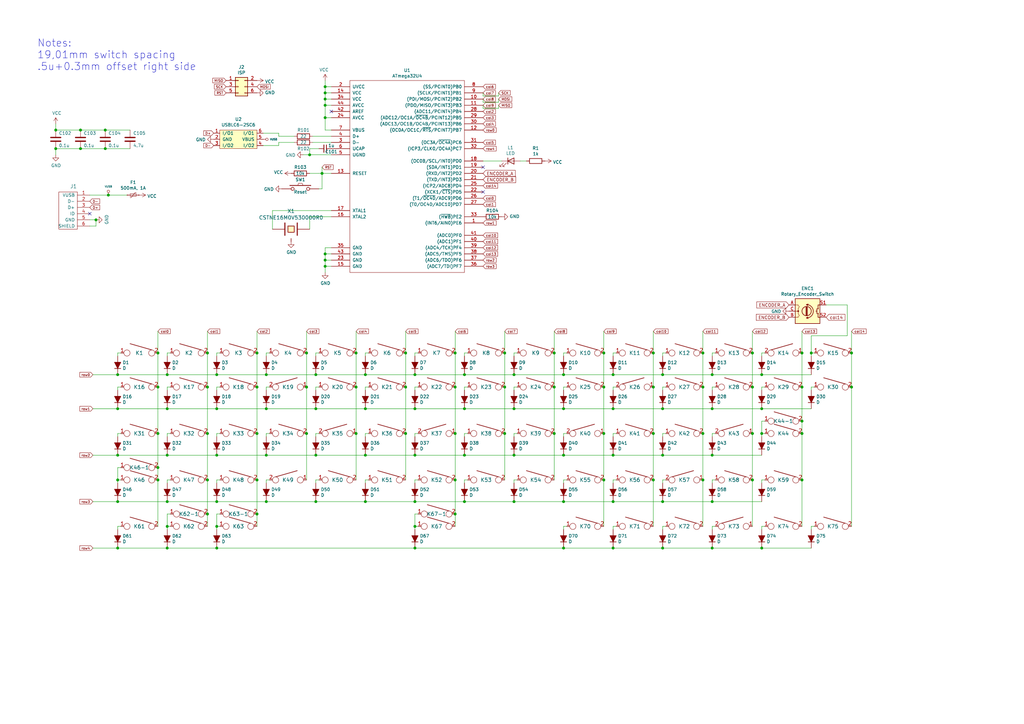
<source format=kicad_sch>
(kicad_sch (version 20201015) (generator eeschema)
  (page 1 1)
  (paper "A3")
  (junction (at 22.86 53.34) (diameter 1.016))
  (junction (at 22.86 60.96) (diameter 1.016))
  (junction (at 33.02 53.34) (diameter 1.016))
  (junction (at 33.02 60.96) (diameter 1.016))
  (junction (at 39.37 90.17) (diameter 1.016))
  (junction (at 43.18 53.34) (diameter 1.016))
  (junction (at 43.18 60.96) (diameter 1.016))
  (junction (at 44.45 80.01) (diameter 1.016))
  (junction (at 48.26 153.67) (diameter 1.016))
  (junction (at 48.26 167.64) (diameter 1.016))
  (junction (at 48.26 186.69) (diameter 1.016))
  (junction (at 48.26 196.85) (diameter 1.016))
  (junction (at 48.26 205.74) (diameter 1.016))
  (junction (at 48.26 224.79) (diameter 1.016))
  (junction (at 64.77 144.78) (diameter 1.016))
  (junction (at 64.77 158.75) (diameter 1.016))
  (junction (at 64.77 177.8) (diameter 1.016))
  (junction (at 64.77 191.77) (diameter 1.016))
  (junction (at 64.77 196.85) (diameter 1.016))
  (junction (at 68.58 153.67) (diameter 1.016))
  (junction (at 68.58 167.64) (diameter 1.016))
  (junction (at 68.58 186.69) (diameter 1.016))
  (junction (at 68.58 205.74) (diameter 1.016))
  (junction (at 68.58 215.9) (diameter 1.016))
  (junction (at 68.58 224.79) (diameter 1.016))
  (junction (at 85.09 144.78) (diameter 1.016))
  (junction (at 85.09 158.75) (diameter 1.016))
  (junction (at 85.09 177.8) (diameter 1.016))
  (junction (at 85.09 196.85) (diameter 1.016))
  (junction (at 85.09 210.82) (diameter 1.016))
  (junction (at 88.9 153.67) (diameter 1.016))
  (junction (at 88.9 167.64) (diameter 1.016))
  (junction (at 88.9 186.69) (diameter 1.016))
  (junction (at 88.9 205.74) (diameter 1.016))
  (junction (at 88.9 215.9) (diameter 1.016))
  (junction (at 88.9 224.79) (diameter 1.016))
  (junction (at 105.41 144.78) (diameter 1.016))
  (junction (at 105.41 158.75) (diameter 1.016))
  (junction (at 105.41 177.8) (diameter 1.016))
  (junction (at 105.41 196.85) (diameter 1.016))
  (junction (at 105.41 210.82) (diameter 1.016))
  (junction (at 109.22 153.67) (diameter 1.016))
  (junction (at 109.22 167.64) (diameter 1.016))
  (junction (at 109.22 186.69) (diameter 1.016))
  (junction (at 109.22 205.74) (diameter 1.016))
  (junction (at 125.73 144.78) (diameter 1.016))
  (junction (at 125.73 158.75) (diameter 1.016))
  (junction (at 125.73 177.8) (diameter 1.016))
  (junction (at 127 63.5) (diameter 1.016))
  (junction (at 129.54 153.67) (diameter 1.016))
  (junction (at 129.54 167.64) (diameter 1.016))
  (junction (at 129.54 186.69) (diameter 1.016))
  (junction (at 129.54 205.74) (diameter 1.016))
  (junction (at 132.08 71.12) (diameter 1.016))
  (junction (at 133.35 35.56) (diameter 1.016))
  (junction (at 133.35 38.1) (diameter 1.016))
  (junction (at 133.35 40.64) (diameter 1.016))
  (junction (at 133.35 43.18) (diameter 1.016))
  (junction (at 133.35 48.26) (diameter 1.016))
  (junction (at 133.35 104.14) (diameter 1.016))
  (junction (at 133.35 106.68) (diameter 1.016))
  (junction (at 133.35 109.22) (diameter 1.016))
  (junction (at 146.05 144.78) (diameter 1.016))
  (junction (at 146.05 158.75) (diameter 1.016))
  (junction (at 146.05 177.8) (diameter 1.016))
  (junction (at 149.86 153.67) (diameter 1.016))
  (junction (at 149.86 167.64) (diameter 1.016))
  (junction (at 149.86 186.69) (diameter 1.016))
  (junction (at 149.86 205.74) (diameter 1.016))
  (junction (at 166.37 144.78) (diameter 1.016))
  (junction (at 166.37 158.75) (diameter 1.016))
  (junction (at 166.37 177.8) (diameter 1.016))
  (junction (at 170.18 153.67) (diameter 1.016))
  (junction (at 170.18 167.64) (diameter 1.016))
  (junction (at 170.18 186.69) (diameter 1.016))
  (junction (at 170.18 205.74) (diameter 1.016))
  (junction (at 170.18 215.9) (diameter 1.016))
  (junction (at 170.18 224.79) (diameter 1.016))
  (junction (at 186.69 144.78) (diameter 1.016))
  (junction (at 186.69 158.75) (diameter 1.016))
  (junction (at 186.69 177.8) (diameter 1.016))
  (junction (at 186.69 196.85) (diameter 1.016))
  (junction (at 186.69 210.82) (diameter 1.016))
  (junction (at 190.5 153.67) (diameter 1.016))
  (junction (at 190.5 167.64) (diameter 1.016))
  (junction (at 190.5 186.69) (diameter 1.016))
  (junction (at 190.5 205.74) (diameter 1.016))
  (junction (at 207.01 144.78) (diameter 1.016))
  (junction (at 207.01 158.75) (diameter 1.016))
  (junction (at 207.01 177.8) (diameter 1.016))
  (junction (at 210.82 153.67) (diameter 1.016))
  (junction (at 210.82 167.64) (diameter 1.016))
  (junction (at 210.82 186.69) (diameter 1.016))
  (junction (at 210.82 205.74) (diameter 1.016))
  (junction (at 227.33 144.78) (diameter 1.016))
  (junction (at 227.33 158.75) (diameter 1.016))
  (junction (at 227.33 177.8) (diameter 1.016))
  (junction (at 231.14 153.67) (diameter 1.016))
  (junction (at 231.14 167.64) (diameter 1.016))
  (junction (at 231.14 186.69) (diameter 1.016))
  (junction (at 231.14 205.74) (diameter 1.016))
  (junction (at 231.14 224.79) (diameter 1.016))
  (junction (at 247.65 144.78) (diameter 1.016))
  (junction (at 247.65 158.75) (diameter 1.016))
  (junction (at 247.65 177.8) (diameter 1.016))
  (junction (at 247.65 196.85) (diameter 1.016))
  (junction (at 251.46 153.67) (diameter 1.016))
  (junction (at 251.46 167.64) (diameter 1.016))
  (junction (at 251.46 186.69) (diameter 1.016))
  (junction (at 251.46 205.74) (diameter 1.016))
  (junction (at 251.46 224.79) (diameter 1.016))
  (junction (at 267.97 144.78) (diameter 1.016))
  (junction (at 267.97 158.75) (diameter 1.016))
  (junction (at 267.97 177.8) (diameter 1.016))
  (junction (at 267.97 196.85) (diameter 1.016))
  (junction (at 271.78 153.67) (diameter 1.016))
  (junction (at 271.78 167.64) (diameter 1.016))
  (junction (at 271.78 186.69) (diameter 1.016))
  (junction (at 271.78 205.74) (diameter 1.016))
  (junction (at 271.78 224.79) (diameter 1.016))
  (junction (at 288.29 144.78) (diameter 1.016))
  (junction (at 288.29 158.75) (diameter 1.016))
  (junction (at 288.29 177.8) (diameter 1.016))
  (junction (at 288.29 196.85) (diameter 1.016))
  (junction (at 292.1 153.67) (diameter 1.016))
  (junction (at 292.1 167.64) (diameter 1.016))
  (junction (at 292.1 186.69) (diameter 1.016))
  (junction (at 292.1 205.74) (diameter 1.016))
  (junction (at 292.1 224.79) (diameter 1.016))
  (junction (at 308.61 144.78) (diameter 1.016))
  (junction (at 308.61 158.75) (diameter 1.016))
  (junction (at 308.61 177.8) (diameter 1.016))
  (junction (at 308.61 196.85) (diameter 1.016))
  (junction (at 312.42 153.67) (diameter 1.016))
  (junction (at 312.42 167.64) (diameter 1.016))
  (junction (at 312.42 177.8) (diameter 1.016))
  (junction (at 312.42 224.79) (diameter 1.016))
  (junction (at 328.93 144.78) (diameter 1.016))
  (junction (at 328.93 158.75) (diameter 1.016))
  (junction (at 328.93 172.72) (diameter 1.016))
  (junction (at 328.93 177.8) (diameter 1.016))
  (junction (at 328.93 196.85) (diameter 1.016))
  (junction (at 332.74 144.78) (diameter 1.016))
  (junction (at 349.25 144.78) (diameter 1.016))
  (junction (at 349.25 158.75) (diameter 1.016))
  (no_connect (at 135.89 45.72))
  (no_connect (at 198.12 78.74))
  (no_connect (at 198.12 68.58))
  (no_connect (at 36.83 87.63))
  (wire (pts (xy 22.86 50.8) (xy 22.86 53.34)))
  (wire (pts (xy 22.86 53.34) (xy 33.02 53.34)))
  (wire (pts (xy 22.86 60.96) (xy 22.86 63.5)))
  (wire (pts (xy 22.86 60.96) (xy 33.02 60.96)))
  (wire (pts (xy 33.02 53.34) (xy 43.18 53.34)))
  (wire (pts (xy 33.02 60.96) (xy 43.18 60.96)))
  (wire (pts (xy 36.83 80.01) (xy 44.45 80.01)))
  (wire (pts (xy 36.83 92.71) (xy 39.37 92.71)))
  (wire (pts (xy 38.1 153.67) (xy 48.26 153.67)))
  (wire (pts (xy 38.1 167.64) (xy 48.26 167.64)))
  (wire (pts (xy 38.1 205.74) (xy 48.26 205.74)))
  (wire (pts (xy 39.37 90.17) (xy 36.83 90.17)))
  (wire (pts (xy 39.37 92.71) (xy 39.37 90.17)))
  (wire (pts (xy 43.18 53.34) (xy 53.34 53.34)))
  (wire (pts (xy 44.45 80.01) (xy 52.07 80.01)))
  (wire (pts (xy 48.26 144.78) (xy 48.26 146.05)))
  (wire (pts (xy 48.26 158.75) (xy 48.26 160.02)))
  (wire (pts (xy 48.26 167.64) (xy 68.58 167.64)))
  (wire (pts (xy 48.26 177.8) (xy 48.26 179.07)))
  (wire (pts (xy 48.26 186.69) (xy 38.1 186.69)))
  (wire (pts (xy 48.26 191.77) (xy 48.26 196.85)))
  (wire (pts (xy 48.26 196.85) (xy 48.26 198.12)))
  (wire (pts (xy 48.26 205.74) (xy 68.58 205.74)))
  (wire (pts (xy 48.26 215.9) (xy 48.26 217.17)))
  (wire (pts (xy 48.26 224.79) (xy 38.1 224.79)))
  (wire (pts (xy 49.53 144.78) (xy 48.26 144.78)))
  (wire (pts (xy 49.53 158.75) (xy 48.26 158.75)))
  (wire (pts (xy 49.53 177.8) (xy 48.26 177.8)))
  (wire (pts (xy 49.53 191.77) (xy 48.26 191.77)))
  (wire (pts (xy 49.53 196.85) (xy 48.26 196.85)))
  (wire (pts (xy 49.53 215.9) (xy 48.26 215.9)))
  (wire (pts (xy 53.34 60.96) (xy 43.18 60.96)))
  (wire (pts (xy 64.77 144.78) (xy 64.77 135.89)))
  (wire (pts (xy 64.77 144.78) (xy 64.77 158.75)))
  (wire (pts (xy 64.77 158.75) (xy 64.77 177.8)))
  (wire (pts (xy 64.77 177.8) (xy 64.77 191.77)))
  (wire (pts (xy 64.77 191.77) (xy 64.77 196.85)))
  (wire (pts (xy 64.77 196.85) (xy 64.77 215.9)))
  (wire (pts (xy 68.58 144.78) (xy 68.58 146.05)))
  (wire (pts (xy 68.58 153.67) (xy 48.26 153.67)))
  (wire (pts (xy 68.58 158.75) (xy 68.58 160.02)))
  (wire (pts (xy 68.58 167.64) (xy 88.9 167.64)))
  (wire (pts (xy 68.58 177.8) (xy 68.58 179.07)))
  (wire (pts (xy 68.58 186.69) (xy 48.26 186.69)))
  (wire (pts (xy 68.58 196.85) (xy 68.58 198.12)))
  (wire (pts (xy 68.58 205.74) (xy 88.9 205.74)))
  (wire (pts (xy 68.58 210.82) (xy 68.58 215.9)))
  (wire (pts (xy 68.58 215.9) (xy 68.58 217.17)))
  (wire (pts (xy 68.58 224.79) (xy 48.26 224.79)))
  (wire (pts (xy 69.85 144.78) (xy 68.58 144.78)))
  (wire (pts (xy 69.85 158.75) (xy 68.58 158.75)))
  (wire (pts (xy 69.85 177.8) (xy 68.58 177.8)))
  (wire (pts (xy 69.85 196.85) (xy 68.58 196.85)))
  (wire (pts (xy 69.85 210.82) (xy 68.58 210.82)))
  (wire (pts (xy 69.85 215.9) (xy 68.58 215.9)))
  (wire (pts (xy 85.09 135.89) (xy 85.09 144.78)))
  (wire (pts (xy 85.09 158.75) (xy 85.09 144.78)))
  (wire (pts (xy 85.09 177.8) (xy 85.09 158.75)))
  (wire (pts (xy 85.09 196.85) (xy 85.09 177.8)))
  (wire (pts (xy 85.09 196.85) (xy 85.09 210.82)))
  (wire (pts (xy 85.09 215.9) (xy 85.09 210.82)))
  (wire (pts (xy 88.9 144.78) (xy 88.9 146.05)))
  (wire (pts (xy 88.9 153.67) (xy 68.58 153.67)))
  (wire (pts (xy 88.9 158.75) (xy 88.9 160.02)))
  (wire (pts (xy 88.9 167.64) (xy 109.22 167.64)))
  (wire (pts (xy 88.9 177.8) (xy 88.9 179.07)))
  (wire (pts (xy 88.9 186.69) (xy 68.58 186.69)))
  (wire (pts (xy 88.9 196.85) (xy 88.9 198.12)))
  (wire (pts (xy 88.9 205.74) (xy 109.22 205.74)))
  (wire (pts (xy 88.9 210.82) (xy 88.9 215.9)))
  (wire (pts (xy 88.9 215.9) (xy 88.9 217.17)))
  (wire (pts (xy 88.9 224.79) (xy 68.58 224.79)))
  (wire (pts (xy 88.9 224.79) (xy 170.18 224.79)))
  (wire (pts (xy 90.17 144.78) (xy 88.9 144.78)))
  (wire (pts (xy 90.17 158.75) (xy 88.9 158.75)))
  (wire (pts (xy 90.17 177.8) (xy 88.9 177.8)))
  (wire (pts (xy 90.17 196.85) (xy 88.9 196.85)))
  (wire (pts (xy 90.17 210.82) (xy 88.9 210.82)))
  (wire (pts (xy 90.17 215.9) (xy 88.9 215.9)))
  (wire (pts (xy 105.41 135.89) (xy 105.41 144.78)))
  (wire (pts (xy 105.41 144.78) (xy 105.41 158.75)))
  (wire (pts (xy 105.41 158.75) (xy 105.41 177.8)))
  (wire (pts (xy 105.41 177.8) (xy 105.41 196.85)))
  (wire (pts (xy 105.41 196.85) (xy 105.41 210.82)))
  (wire (pts (xy 105.41 210.82) (xy 105.41 215.9)))
  (wire (pts (xy 107.95 59.69) (xy 114.3 59.69)))
  (wire (pts (xy 109.22 144.78) (xy 109.22 146.05)))
  (wire (pts (xy 109.22 153.67) (xy 88.9 153.67)))
  (wire (pts (xy 109.22 158.75) (xy 109.22 160.02)))
  (wire (pts (xy 109.22 167.64) (xy 129.54 167.64)))
  (wire (pts (xy 109.22 177.8) (xy 109.22 179.07)))
  (wire (pts (xy 109.22 186.69) (xy 88.9 186.69)))
  (wire (pts (xy 109.22 196.85) (xy 109.22 198.12)))
  (wire (pts (xy 109.22 205.74) (xy 129.54 205.74)))
  (wire (pts (xy 110.49 144.78) (xy 109.22 144.78)))
  (wire (pts (xy 110.49 158.75) (xy 109.22 158.75)))
  (wire (pts (xy 110.49 177.8) (xy 109.22 177.8)))
  (wire (pts (xy 110.49 196.85) (xy 109.22 196.85)))
  (wire (pts (xy 111.76 86.36) (xy 111.76 93.98)))
  (wire (pts (xy 114.3 54.61) (xy 107.95 54.61)))
  (wire (pts (xy 114.3 55.88) (xy 114.3 54.61)))
  (wire (pts (xy 114.3 58.42) (xy 120.65 58.42)))
  (wire (pts (xy 114.3 59.69) (xy 114.3 58.42)))
  (wire (pts (xy 120.65 55.88) (xy 114.3 55.88)))
  (wire (pts (xy 125.73 144.78) (xy 125.73 135.89)))
  (wire (pts (xy 125.73 158.75) (xy 125.73 144.78)))
  (wire (pts (xy 125.73 177.8) (xy 125.73 158.75)))
  (wire (pts (xy 125.73 196.85) (xy 125.73 177.8)))
  (wire (pts (xy 127 60.96) (xy 127 63.5)))
  (wire (pts (xy 127 63.5) (xy 124.46 63.5)))
  (wire (pts (xy 127 63.5) (xy 135.89 63.5)))
  (wire (pts (xy 127 88.9) (xy 127 93.98)))
  (wire (pts (xy 128.27 55.88) (xy 135.89 55.88)))
  (wire (pts (xy 129.54 144.78) (xy 129.54 146.05)))
  (wire (pts (xy 129.54 153.67) (xy 109.22 153.67)))
  (wire (pts (xy 129.54 158.75) (xy 129.54 160.02)))
  (wire (pts (xy 129.54 167.64) (xy 149.86 167.64)))
  (wire (pts (xy 129.54 177.8) (xy 129.54 179.07)))
  (wire (pts (xy 129.54 186.69) (xy 109.22 186.69)))
  (wire (pts (xy 129.54 196.85) (xy 129.54 198.12)))
  (wire (pts (xy 129.54 205.74) (xy 149.86 205.74)))
  (wire (pts (xy 130.81 60.96) (xy 127 60.96)))
  (wire (pts (xy 130.81 77.47) (xy 132.08 77.47)))
  (wire (pts (xy 130.81 144.78) (xy 129.54 144.78)))
  (wire (pts (xy 130.81 158.75) (xy 129.54 158.75)))
  (wire (pts (xy 130.81 177.8) (xy 129.54 177.8)))
  (wire (pts (xy 130.81 196.85) (xy 129.54 196.85)))
  (wire (pts (xy 132.08 71.12) (xy 127 71.12)))
  (wire (pts (xy 132.08 71.12) (xy 132.08 68.58)))
  (wire (pts (xy 132.08 77.47) (xy 132.08 71.12)))
  (wire (pts (xy 133.35 35.56) (xy 133.35 33.02)))
  (wire (pts (xy 133.35 35.56) (xy 135.89 35.56)))
  (wire (pts (xy 133.35 38.1) (xy 133.35 35.56)))
  (wire (pts (xy 133.35 40.64) (xy 133.35 38.1)))
  (wire (pts (xy 133.35 43.18) (xy 133.35 40.64)))
  (wire (pts (xy 133.35 48.26) (xy 133.35 43.18)))
  (wire (pts (xy 133.35 53.34) (xy 133.35 48.26)))
  (wire (pts (xy 133.35 101.6) (xy 133.35 104.14)))
  (wire (pts (xy 133.35 104.14) (xy 133.35 106.68)))
  (wire (pts (xy 133.35 106.68) (xy 133.35 109.22)))
  (wire (pts (xy 133.35 109.22) (xy 133.35 111.76)))
  (wire (pts (xy 135.89 38.1) (xy 133.35 38.1)))
  (wire (pts (xy 135.89 40.64) (xy 133.35 40.64)))
  (wire (pts (xy 135.89 43.18) (xy 133.35 43.18)))
  (wire (pts (xy 135.89 48.26) (xy 133.35 48.26)))
  (wire (pts (xy 135.89 53.34) (xy 133.35 53.34)))
  (wire (pts (xy 135.89 58.42) (xy 128.27 58.42)))
  (wire (pts (xy 135.89 71.12) (xy 132.08 71.12)))
  (wire (pts (xy 135.89 86.36) (xy 111.76 86.36)))
  (wire (pts (xy 135.89 88.9) (xy 127 88.9)))
  (wire (pts (xy 135.89 101.6) (xy 133.35 101.6)))
  (wire (pts (xy 135.89 104.14) (xy 133.35 104.14)))
  (wire (pts (xy 135.89 106.68) (xy 133.35 106.68)))
  (wire (pts (xy 135.89 109.22) (xy 133.35 109.22)))
  (wire (pts (xy 146.05 135.89) (xy 146.05 144.78)))
  (wire (pts (xy 146.05 144.78) (xy 146.05 158.75)))
  (wire (pts (xy 146.05 158.75) (xy 146.05 177.8)))
  (wire (pts (xy 146.05 177.8) (xy 146.05 196.85)))
  (wire (pts (xy 149.86 144.78) (xy 149.86 146.05)))
  (wire (pts (xy 149.86 153.67) (xy 129.54 153.67)))
  (wire (pts (xy 149.86 158.75) (xy 149.86 160.02)))
  (wire (pts (xy 149.86 167.64) (xy 170.18 167.64)))
  (wire (pts (xy 149.86 177.8) (xy 149.86 179.07)))
  (wire (pts (xy 149.86 186.69) (xy 129.54 186.69)))
  (wire (pts (xy 149.86 196.85) (xy 149.86 198.12)))
  (wire (pts (xy 149.86 205.74) (xy 170.18 205.74)))
  (wire (pts (xy 151.13 144.78) (xy 149.86 144.78)))
  (wire (pts (xy 151.13 158.75) (xy 149.86 158.75)))
  (wire (pts (xy 151.13 177.8) (xy 149.86 177.8)))
  (wire (pts (xy 151.13 196.85) (xy 149.86 196.85)))
  (wire (pts (xy 166.37 144.78) (xy 166.37 135.89)))
  (wire (pts (xy 166.37 158.75) (xy 166.37 144.78)))
  (wire (pts (xy 166.37 177.8) (xy 166.37 158.75)))
  (wire (pts (xy 166.37 196.85) (xy 166.37 177.8)))
  (wire (pts (xy 170.18 144.78) (xy 170.18 146.05)))
  (wire (pts (xy 170.18 153.67) (xy 149.86 153.67)))
  (wire (pts (xy 170.18 158.75) (xy 170.18 160.02)))
  (wire (pts (xy 170.18 167.64) (xy 190.5 167.64)))
  (wire (pts (xy 170.18 177.8) (xy 170.18 179.07)))
  (wire (pts (xy 170.18 186.69) (xy 149.86 186.69)))
  (wire (pts (xy 170.18 196.85) (xy 170.18 198.12)))
  (wire (pts (xy 170.18 205.74) (xy 190.5 205.74)))
  (wire (pts (xy 170.18 210.82) (xy 170.18 215.9)))
  (wire (pts (xy 170.18 215.9) (xy 170.18 217.17)))
  (wire (pts (xy 170.18 224.79) (xy 231.14 224.79)))
  (wire (pts (xy 171.45 144.78) (xy 170.18 144.78)))
  (wire (pts (xy 171.45 158.75) (xy 170.18 158.75)))
  (wire (pts (xy 171.45 177.8) (xy 170.18 177.8)))
  (wire (pts (xy 171.45 196.85) (xy 170.18 196.85)))
  (wire (pts (xy 171.45 210.82) (xy 170.18 210.82)))
  (wire (pts (xy 171.45 215.9) (xy 170.18 215.9)))
  (wire (pts (xy 186.69 135.89) (xy 186.69 144.78)))
  (wire (pts (xy 186.69 144.78) (xy 186.69 158.75)))
  (wire (pts (xy 186.69 158.75) (xy 186.69 177.8)))
  (wire (pts (xy 186.69 177.8) (xy 186.69 196.85)))
  (wire (pts (xy 186.69 196.85) (xy 186.69 210.82)))
  (wire (pts (xy 186.69 210.82) (xy 186.69 215.9)))
  (wire (pts (xy 190.5 144.78) (xy 190.5 146.05)))
  (wire (pts (xy 190.5 153.67) (xy 170.18 153.67)))
  (wire (pts (xy 190.5 158.75) (xy 190.5 160.02)))
  (wire (pts (xy 190.5 167.64) (xy 210.82 167.64)))
  (wire (pts (xy 190.5 177.8) (xy 190.5 179.07)))
  (wire (pts (xy 190.5 186.69) (xy 170.18 186.69)))
  (wire (pts (xy 190.5 196.85) (xy 190.5 198.12)))
  (wire (pts (xy 190.5 205.74) (xy 210.82 205.74)))
  (wire (pts (xy 191.77 144.78) (xy 190.5 144.78)))
  (wire (pts (xy 191.77 158.75) (xy 190.5 158.75)))
  (wire (pts (xy 191.77 177.8) (xy 190.5 177.8)))
  (wire (pts (xy 191.77 196.85) (xy 190.5 196.85)))
  (wire (pts (xy 198.12 39.37) (xy 198.12 38.1)))
  (wire (pts (xy 198.12 40.64) (xy 198.12 41.91)))
  (wire (pts (xy 198.12 41.91) (xy 204.47 41.91)))
  (wire (pts (xy 198.12 44.45) (xy 198.12 43.18)))
  (wire (pts (xy 204.47 38.1) (xy 204.47 39.37)))
  (wire (pts (xy 204.47 39.37) (xy 198.12 39.37)))
  (wire (pts (xy 204.47 41.91) (xy 204.47 40.64)))
  (wire (pts (xy 204.47 43.18) (xy 204.47 44.45)))
  (wire (pts (xy 204.47 44.45) (xy 198.12 44.45)))
  (wire (pts (xy 205.74 66.04) (xy 198.12 66.04)))
  (wire (pts (xy 207.01 144.78) (xy 207.01 135.89)))
  (wire (pts (xy 207.01 158.75) (xy 207.01 144.78)))
  (wire (pts (xy 207.01 177.8) (xy 207.01 158.75)))
  (wire (pts (xy 207.01 196.85) (xy 207.01 177.8)))
  (wire (pts (xy 210.82 144.78) (xy 210.82 146.05)))
  (wire (pts (xy 210.82 153.67) (xy 190.5 153.67)))
  (wire (pts (xy 210.82 158.75) (xy 210.82 160.02)))
  (wire (pts (xy 210.82 167.64) (xy 231.14 167.64)))
  (wire (pts (xy 210.82 177.8) (xy 210.82 179.07)))
  (wire (pts (xy 210.82 186.69) (xy 190.5 186.69)))
  (wire (pts (xy 210.82 196.85) (xy 210.82 198.12)))
  (wire (pts (xy 210.82 205.74) (xy 231.14 205.74)))
  (wire (pts (xy 212.09 144.78) (xy 210.82 144.78)))
  (wire (pts (xy 212.09 158.75) (xy 210.82 158.75)))
  (wire (pts (xy 212.09 177.8) (xy 210.82 177.8)))
  (wire (pts (xy 212.09 196.85) (xy 210.82 196.85)))
  (wire (pts (xy 213.36 66.04) (xy 215.9 66.04)))
  (wire (pts (xy 227.33 135.89) (xy 227.33 144.78)))
  (wire (pts (xy 227.33 144.78) (xy 227.33 158.75)))
  (wire (pts (xy 227.33 158.75) (xy 227.33 177.8)))
  (wire (pts (xy 227.33 177.8) (xy 227.33 196.85)))
  (wire (pts (xy 231.14 144.78) (xy 231.14 146.05)))
  (wire (pts (xy 231.14 153.67) (xy 210.82 153.67)))
  (wire (pts (xy 231.14 158.75) (xy 231.14 160.02)))
  (wire (pts (xy 231.14 167.64) (xy 251.46 167.64)))
  (wire (pts (xy 231.14 177.8) (xy 231.14 179.07)))
  (wire (pts (xy 231.14 186.69) (xy 210.82 186.69)))
  (wire (pts (xy 231.14 196.85) (xy 231.14 198.12)))
  (wire (pts (xy 231.14 205.74) (xy 251.46 205.74)))
  (wire (pts (xy 231.14 215.9) (xy 231.14 217.17)))
  (wire (pts (xy 232.41 144.78) (xy 231.14 144.78)))
  (wire (pts (xy 232.41 158.75) (xy 231.14 158.75)))
  (wire (pts (xy 232.41 177.8) (xy 231.14 177.8)))
  (wire (pts (xy 232.41 196.85) (xy 231.14 196.85)))
  (wire (pts (xy 232.41 215.9) (xy 231.14 215.9)))
  (wire (pts (xy 247.65 144.78) (xy 247.65 135.89)))
  (wire (pts (xy 247.65 158.75) (xy 247.65 144.78)))
  (wire (pts (xy 247.65 177.8) (xy 247.65 158.75)))
  (wire (pts (xy 247.65 196.85) (xy 247.65 177.8)))
  (wire (pts (xy 247.65 196.85) (xy 247.65 215.9)))
  (wire (pts (xy 251.46 144.78) (xy 251.46 146.05)))
  (wire (pts (xy 251.46 153.67) (xy 231.14 153.67)))
  (wire (pts (xy 251.46 158.75) (xy 251.46 160.02)))
  (wire (pts (xy 251.46 167.64) (xy 271.78 167.64)))
  (wire (pts (xy 251.46 177.8) (xy 251.46 179.07)))
  (wire (pts (xy 251.46 186.69) (xy 231.14 186.69)))
  (wire (pts (xy 251.46 196.85) (xy 251.46 198.12)))
  (wire (pts (xy 251.46 205.74) (xy 271.78 205.74)))
  (wire (pts (xy 251.46 215.9) (xy 251.46 217.17)))
  (wire (pts (xy 251.46 224.79) (xy 231.14 224.79)))
  (wire (pts (xy 252.73 144.78) (xy 251.46 144.78)))
  (wire (pts (xy 252.73 158.75) (xy 251.46 158.75)))
  (wire (pts (xy 252.73 177.8) (xy 251.46 177.8)))
  (wire (pts (xy 252.73 196.85) (xy 251.46 196.85)))
  (wire (pts (xy 252.73 215.9) (xy 251.46 215.9)))
  (wire (pts (xy 267.97 135.89) (xy 267.97 144.78)))
  (wire (pts (xy 267.97 144.78) (xy 267.97 158.75)))
  (wire (pts (xy 267.97 158.75) (xy 267.97 177.8)))
  (wire (pts (xy 267.97 177.8) (xy 267.97 196.85)))
  (wire (pts (xy 267.97 196.85) (xy 267.97 215.9)))
  (wire (pts (xy 271.78 144.78) (xy 271.78 146.05)))
  (wire (pts (xy 271.78 153.67) (xy 251.46 153.67)))
  (wire (pts (xy 271.78 158.75) (xy 271.78 160.02)))
  (wire (pts (xy 271.78 167.64) (xy 292.1 167.64)))
  (wire (pts (xy 271.78 177.8) (xy 271.78 179.07)))
  (wire (pts (xy 271.78 186.69) (xy 251.46 186.69)))
  (wire (pts (xy 271.78 196.85) (xy 271.78 198.12)))
  (wire (pts (xy 271.78 205.74) (xy 292.1 205.74)))
  (wire (pts (xy 271.78 215.9) (xy 271.78 217.17)))
  (wire (pts (xy 271.78 224.79) (xy 251.46 224.79)))
  (wire (pts (xy 273.05 144.78) (xy 271.78 144.78)))
  (wire (pts (xy 273.05 158.75) (xy 271.78 158.75)))
  (wire (pts (xy 273.05 177.8) (xy 271.78 177.8)))
  (wire (pts (xy 273.05 196.85) (xy 271.78 196.85)))
  (wire (pts (xy 273.05 215.9) (xy 271.78 215.9)))
  (wire (pts (xy 288.29 135.89) (xy 288.29 144.78)))
  (wire (pts (xy 288.29 158.75) (xy 288.29 144.78)))
  (wire (pts (xy 288.29 177.8) (xy 288.29 158.75)))
  (wire (pts (xy 288.29 196.85) (xy 288.29 177.8)))
  (wire (pts (xy 288.29 196.85) (xy 288.29 215.9)))
  (wire (pts (xy 292.1 144.78) (xy 292.1 146.05)))
  (wire (pts (xy 292.1 153.67) (xy 271.78 153.67)))
  (wire (pts (xy 292.1 158.75) (xy 292.1 160.02)))
  (wire (pts (xy 292.1 167.64) (xy 312.42 167.64)))
  (wire (pts (xy 292.1 177.8) (xy 292.1 179.07)))
  (wire (pts (xy 292.1 186.69) (xy 271.78 186.69)))
  (wire (pts (xy 292.1 196.85) (xy 292.1 198.12)))
  (wire (pts (xy 292.1 205.74) (xy 312.42 205.74)))
  (wire (pts (xy 292.1 215.9) (xy 292.1 217.17)))
  (wire (pts (xy 292.1 224.79) (xy 271.78 224.79)))
  (wire (pts (xy 293.37 144.78) (xy 292.1 144.78)))
  (wire (pts (xy 293.37 158.75) (xy 292.1 158.75)))
  (wire (pts (xy 293.37 177.8) (xy 292.1 177.8)))
  (wire (pts (xy 293.37 196.85) (xy 292.1 196.85)))
  (wire (pts (xy 293.37 215.9) (xy 292.1 215.9)))
  (wire (pts (xy 308.61 144.78) (xy 308.61 135.89)))
  (wire (pts (xy 308.61 144.78) (xy 308.61 158.75)))
  (wire (pts (xy 308.61 158.75) (xy 308.61 177.8)))
  (wire (pts (xy 308.61 177.8) (xy 308.61 196.85)))
  (wire (pts (xy 308.61 196.85) (xy 308.61 215.9)))
  (wire (pts (xy 312.42 144.78) (xy 312.42 146.05)))
  (wire (pts (xy 312.42 153.67) (xy 292.1 153.67)))
  (wire (pts (xy 312.42 158.75) (xy 312.42 160.02)))
  (wire (pts (xy 312.42 167.64) (xy 332.74 167.64)))
  (wire (pts (xy 312.42 172.72) (xy 312.42 177.8)))
  (wire (pts (xy 312.42 177.8) (xy 312.42 179.07)))
  (wire (pts (xy 312.42 186.69) (xy 292.1 186.69)))
  (wire (pts (xy 312.42 196.85) (xy 312.42 198.12)))
  (wire (pts (xy 312.42 215.9) (xy 312.42 217.17)))
  (wire (pts (xy 312.42 224.79) (xy 292.1 224.79)))
  (wire (pts (xy 313.69 144.78) (xy 312.42 144.78)))
  (wire (pts (xy 313.69 158.75) (xy 312.42 158.75)))
  (wire (pts (xy 313.69 172.72) (xy 312.42 172.72)))
  (wire (pts (xy 313.69 177.8) (xy 312.42 177.8)))
  (wire (pts (xy 313.69 196.85) (xy 312.42 196.85)))
  (wire (pts (xy 313.69 215.9) (xy 312.42 215.9)))
  (wire (pts (xy 328.93 135.89) (xy 328.93 144.78)))
  (wire (pts (xy 328.93 158.75) (xy 328.93 144.78)))
  (wire (pts (xy 328.93 172.72) (xy 328.93 158.75)))
  (wire (pts (xy 328.93 177.8) (xy 328.93 172.72)))
  (wire (pts (xy 328.93 196.85) (xy 328.93 177.8)))
  (wire (pts (xy 328.93 196.85) (xy 328.93 215.9)))
  (wire (pts (xy 332.74 137.7188) (xy 347.472 137.7188)))
  (wire (pts (xy 332.74 144.78) (xy 332.74 137.7188)))
  (wire (pts (xy 332.74 144.78) (xy 332.74 146.05)))
  (wire (pts (xy 332.74 153.67) (xy 312.42 153.67)))
  (wire (pts (xy 332.74 158.75) (xy 332.74 160.02)))
  (wire (pts (xy 332.74 215.9) (xy 332.74 217.17)))
  (wire (pts (xy 332.74 224.79) (xy 312.42 224.79)))
  (wire (pts (xy 334.01 144.78) (xy 332.74 144.78)))
  (wire (pts (xy 334.01 158.75) (xy 332.74 158.75)))
  (wire (pts (xy 334.01 215.9) (xy 332.74 215.9)))
  (wire (pts (xy 347.472 125.0696) (xy 338.836 125.0696)))
  (wire (pts (xy 347.472 137.7188) (xy 347.472 125.0696)))
  (wire (pts (xy 349.25 144.78) (xy 349.25 135.89)))
  (wire (pts (xy 349.25 144.78) (xy 349.25 158.75)))
  (wire (pts (xy 349.25 158.75) (xy 349.25 215.9)))
  (text "Notes:\n19,01mm switch spacing\n.5u+0.3mm offset right side" (at 15.24 29.21 0) (effects (font (size 2.9972 2.9972)) (justify left bottom)))
  (global_label "D-" (shape input) (at 36.83 82.55 0) (effects (font (size 0.9906 0.9906))))
  (global_label "D+" (shape input) (at 36.83 85.09 0) (effects (font (size 0.9906 0.9906))))
  (global_label "row0" (shape input) (at 38.1 153.67 180) (effects (font (size 0.9906 0.9906))))
  (global_label "row1" (shape input) (at 38.1 167.64 180) (effects (font (size 0.9906 0.9906))))
  (global_label "row2" (shape input) (at 38.1 186.69 180) (effects (font (size 0.9906 0.9906))))
  (global_label "row3" (shape input) (at 38.1 205.74 180) (effects (font (size 0.9906 0.9906))))
  (global_label "row4" (shape input) (at 38.1 224.79 180) (effects (font (size 0.9906 0.9906))))
  (global_label "col0" (shape input) (at 64.77 135.89 0) (effects (font (size 0.9906 0.9906))))
  (global_label "col1" (shape input) (at 85.09 135.89 0) (effects (font (size 0.9906 0.9906))))
  (global_label "D+" (shape input) (at 87.63 54.61 180) (effects (font (size 0.9906 0.9906))))
  (global_label "D-" (shape input) (at 87.63 59.69 180) (effects (font (size 0.9906 0.9906))))
  (global_label "MISO" (shape input) (at 92.71 33.02 180) (effects (font (size 0.9906 0.9906))))
  (global_label "SCK" (shape input) (at 92.71 35.56 180) (effects (font (size 0.9906 0.9906))))
  (global_label "RST" (shape input) (at 92.71 38.1 180) (effects (font (size 0.9906 0.9906))))
  (global_label "MOSI" (shape input) (at 105.41 35.56 0) (effects (font (size 0.9906 0.9906))))
  (global_label "col2" (shape input) (at 105.41 135.89 0) (effects (font (size 0.9906 0.9906))))
  (global_label "col3" (shape input) (at 125.73 135.89 0) (effects (font (size 0.9906 0.9906))))
  (global_label "RST" (shape input) (at 132.08 68.58 0) (effects (font (size 0.9906 0.9906))))
  (global_label "col4" (shape input) (at 146.05 135.89 0) (effects (font (size 0.9906 0.9906))))
  (global_label "col5" (shape input) (at 166.37 135.89 0) (effects (font (size 0.9906 0.9906))))
  (global_label "col6" (shape input) (at 186.69 135.89 0) (effects (font (size 0.9906 0.9906))))
  (global_label "col6" (shape input) (at 198.12 35.56 0) (effects (font (size 0.9906 0.9906))))
  (global_label "col7" (shape input) (at 198.12 38.1 0) (effects (font (size 0.9906 0.9906))))
  (global_label "col8" (shape input) (at 198.12 40.64 0) (effects (font (size 0.9906 0.9906))))
  (global_label "col9" (shape input) (at 198.12 43.18 0) (effects (font (size 0.9906 0.9906))))
  (global_label "col2" (shape input) (at 198.12 45.72 0) (effects (font (size 0.9906 0.9906))))
  (global_label "col3" (shape input) (at 198.12 48.26 0) (effects (font (size 0.9906 0.9906))))
  (global_label "col4" (shape input) (at 198.12 50.8 0) (effects (font (size 0.9906 0.9906))))
  (global_label "row0" (shape input) (at 198.12 53.34 0) (effects (font (size 0.9906 0.9906))))
  (global_label "col5" (shape input) (at 198.12 58.42 0) (effects (font (size 0.9906 0.9906))))
  (global_label "row4" (shape input) (at 198.12 60.96 0) (effects (font (size 0.9906 0.9906))))
  (global_label "ENCODER_A" (shape input) (at 198.12 71.12 0))
  (global_label "ENCODER_B" (shape input) (at 198.12 73.66 0))
  (global_label "col14" (shape input) (at 198.12 76.2 0) (effects (font (size 0.9906 0.9906))))
  (global_label "col0" (shape input) (at 198.12 81.28 0) (effects (font (size 0.9906 0.9906))))
  (global_label "col1" (shape input) (at 198.12 83.82 0) (effects (font (size 0.9906 0.9906))))
  (global_label "row1" (shape input) (at 198.12 91.44 0) (effects (font (size 0.9906 0.9906))))
  (global_label "col10" (shape input) (at 198.12 96.52 0) (effects (font (size 0.9906 0.9906))))
  (global_label "col11" (shape input) (at 198.12 99.06 0) (effects (font (size 0.9906 0.9906))))
  (global_label "col12" (shape input) (at 198.12 101.6 0) (effects (font (size 0.9906 0.9906))))
  (global_label "col13" (shape input) (at 198.12 104.14 0) (effects (font (size 0.9906 0.9906))))
  (global_label "row2" (shape input) (at 198.12 106.68 0) (effects (font (size 0.9906 0.9906))))
  (global_label "row3" (shape input) (at 198.12 109.22 0) (effects (font (size 0.9906 0.9906))))
  (global_label "SCK" (shape input) (at 204.47 38.1 0) (effects (font (size 0.9906 0.9906))))
  (global_label "MOSI" (shape input) (at 204.47 40.64 0) (effects (font (size 0.9906 0.9906))))
  (global_label "MISO" (shape input) (at 204.47 43.18 0) (effects (font (size 0.9906 0.9906))))
  (global_label "col7" (shape input) (at 207.01 135.89 0) (effects (font (size 0.9906 0.9906))))
  (global_label "col8" (shape input) (at 227.33 135.89 0) (effects (font (size 0.9906 0.9906))))
  (global_label "col9" (shape input) (at 247.65 135.89 0) (effects (font (size 0.9906 0.9906))))
  (global_label "col10" (shape input) (at 267.97 135.89 0) (effects (font (size 0.9906 0.9906))))
  (global_label "col11" (shape input) (at 288.29 135.89 0) (effects (font (size 0.9906 0.9906))))
  (global_label "col12" (shape input) (at 308.61 135.89 0) (effects (font (size 0.9906 0.9906))))
  (global_label "ENCODER_A" (shape input) (at 323.596 125.0696 180))
  (global_label "ENCODER_B" (shape input) (at 323.596 130.1496 180))
  (global_label "col13" (shape input) (at 328.93 135.89 0) (effects (font (size 0.9906 0.9906))))
  (global_label "col14" (shape input) (at 338.836 130.1496 0))
  (global_label "col14" (shape input) (at 349.25 135.89 0) (effects (font (size 0.9906 0.9906))))
  (symbol (lib_id "keyboard_parts:VUSB") (at 44.45 80.01 0) (unit 1)
    (property "Reference" "#PWR0104" (effects hide))
    (property "Value" "VUSB" (at 44.45 76.5048 0) (effects (font (size 0.762 0.762))))
  )
  (symbol (lib_id "keyboard_parts:VUSB") (at 107.95 57.15 270) (unit 1)
    (property "Reference" "#PWR0106" (effects hide))
    (property "Value" "VUSB" (at 110.6932 57.15 90) (effects (font (size 0.762 0.762)) (justify left)))
  )
  (symbol (lib_id "Power:VCC") (at 22.86 50.8 0) (unit 1)
    (property "Reference" "#PWR0114" (effects hide))
    (property "Value" "VCC" (at 23.2918 46.4058 0))
  )
  (symbol (lib_id "Power:VCC") (at 57.15 80.01 270) (unit 1)
    (property "Reference" "#PWR0103" (effects hide))
    (property "Value" "VCC" (at 60.4012 80.4418 90) (effects (justify left)))
  )
  (symbol (lib_id "Power:VCC") (at 105.41 33.02 270) (unit 1)
    (property "Reference" "#PWR0119" (effects hide))
    (property "Value" "VCC" (at 108.6612 33.4518 90) (effects (justify left)))
  )
  (symbol (lib_id "Power:VCC") (at 119.38 71.12 90) (unit 1)
    (property "Reference" "#PWR0116" (effects hide))
    (property "Value" "VCC" (at 116.1542 70.6628 90) (effects (justify left)))
  )
  (symbol (lib_id "Power:VCC") (at 133.35 33.02 0) (mirror y) (unit 1)
    (property "Reference" "#PWR0111" (effects hide))
    (property "Value" "VCC" (at 132.8928 28.6258 0))
  )
  (symbol (lib_id "Power:VCC") (at 223.52 66.04 270) (unit 1)
    (property "Reference" "#PWR0101" (effects hide))
    (property "Value" "VCC" (at 226.7458 66.4972 90) (effects (justify left)))
  )
  (symbol (lib_id "Power:GND") (at 22.86 63.5 0) (unit 1)
    (property "Reference" "#PWR0115" (effects hide))
    (property "Value" "GND" (at 22.987 67.8942 0))
  )
  (symbol (lib_id "Power:GND") (at 39.37 90.17 90) (unit 1)
    (property "Reference" "#PWR01" (effects hide))
    (property "Value" "GND" (at 43.7642 90.043 0))
  )
  (symbol (lib_id "Power:GND") (at 87.63 57.15 270) (unit 1)
    (property "Reference" "#PWR0109" (effects hide))
    (property "Value" "GND" (at 84.3788 57.277 90) (effects (justify right)))
  )
  (symbol (lib_id "Power:GND") (at 105.41 38.1 90) (unit 1)
    (property "Reference" "#PWR0120" (effects hide))
    (property "Value" "GND" (at 108.6612 37.973 90) (effects (justify right)))
  )
  (symbol (lib_id "Power:GND") (at 115.57 77.47 270) (unit 1)
    (property "Reference" "#PWR0117" (effects hide))
    (property "Value" "GND" (at 112.3188 77.597 90) (effects (justify right)))
  )
  (symbol (lib_id "Power:GND") (at 119.38 99.06 0) (unit 1)
    (property "Reference" "#PWR0112" (effects hide))
    (property "Value" "GND" (at 119.507 103.4542 0))
  )
  (symbol (lib_id "Power:GND") (at 124.46 63.5 270) (unit 1)
    (property "Reference" "#PWR0110" (effects hide))
    (property "Value" "GND" (at 121.2088 63.627 90) (effects (justify right)))
  )
  (symbol (lib_id "Power:GND") (at 133.35 111.76 0) (unit 1)
    (property "Reference" "#PWR0113" (effects hide))
    (property "Value" "GND" (at 133.477 116.1542 0))
  )
  (symbol (lib_id "Power:GND") (at 205.74 88.9 90) (unit 1)
    (property "Reference" "#PWR0118" (effects hide))
    (property "Value" "GND" (at 208.9912 88.773 90) (effects (justify right)))
  )
  (symbol (lib_id "power:GND") (at 323.596 127.6096 270) (unit 1)
    (property "Reference" "#PWR0102" (effects hide))
    (property "Value" "GND" (at 320.421 127.7239 90) (effects (justify right)))
  )
  (symbol (lib_id "Device:Polyfuse_Small") (at 54.61 80.01 270) (unit 1)
    (property "Reference" "F1" (at 54.61 74.803 90))
    (property "Value" "500mA, 1A" (at 54.61 77.1144 90))
    (property "Footprint" "Keeb_components:R_0805" (effects hide))
  )
  (symbol (lib_id "Device:R") (at 123.19 71.12 270) (unit 1)
    (property "Reference" "R103" (at 123.19 68.58 90))
    (property "Value" "10k" (at 123.19 71.12 90))
    (property "Footprint" "Keeb_components:R_0805" (effects hide))
  )
  (symbol (lib_id "Device:R") (at 124.46 55.88 270) (unit 1)
    (property "Reference" "R101" (at 124.46 53.34 90))
    (property "Value" "22" (at 124.46 55.88 90))
    (property "Footprint" "Keeb_components:R_0805" (effects hide))
  )
  (symbol (lib_id "Device:R") (at 124.46 58.42 270) (unit 1)
    (property "Reference" "R102" (at 124.46 60.96 90))
    (property "Value" "22" (at 124.46 58.42 90))
    (property "Footprint" "Keeb_components:R_0805" (effects hide))
  )
  (symbol (lib_id "Device:R") (at 201.93 88.9 270) (unit 1)
    (property "Reference" "R104" (at 201.93 86.36 90))
    (property "Value" "10k" (at 201.93 88.9 90))
    (property "Footprint" "Keeb_components:R_0805" (effects hide))
  )
  (symbol (lib_id "Device:R") (at 219.71 66.04 270) (unit 1)
    (property "Reference" "R1" (at 219.71 60.7822 90))
    (property "Value" "1k" (at 219.71 63.0936 90))
    (property "Footprint" "Keeb_components:R_0805" (effects hide))
  )
  (symbol (lib_id "Device:C_Small") (at 133.35 60.96 270) (unit 1)
    (property "Reference" "C101" (at 135.89 62.23 90))
    (property "Value" "1u" (at 135.89 59.69 90))
    (property "Footprint" "Keeb_components:C_0805" (effects hide))
  )
  (symbol (lib_id "Device:D_ALT") (at 48.26 149.86 90) (unit 1)
    (property "Reference" "D1" (at 50.2666 148.6916 90) (effects (justify right)))
    (property "Value" "D" (at 50.2666 151.003 90) (effects (justify right)))
    (property "Footprint" "Diode_SMD:D_SOD-123" (effects hide))
  )
  (symbol (lib_id "Device:D_ALT") (at 48.26 163.83 90) (unit 1)
    (property "Reference" "D16" (at 50.2666 162.6616 90) (effects (justify right)))
    (property "Value" "D" (at 50.2666 164.973 90) (effects (justify right)))
    (property "Footprint" "Diode_SMD:D_SOD-123" (effects hide))
  )
  (symbol (lib_id "Device:D_ALT") (at 48.26 182.88 90) (unit 1)
    (property "Reference" "D31" (at 50.2666 181.7116 90) (effects (justify right)))
    (property "Value" "D" (at 50.2666 184.023 90) (effects (justify right)))
    (property "Footprint" "Diode_SMD:D_SOD-123" (effects hide))
  )
  (symbol (lib_id "Device:D_ALT") (at 48.26 201.93 90) (unit 1)
    (property "Reference" "D46" (at 50.2666 200.7616 90) (effects (justify right)))
    (property "Value" "D" (at 50.2666 203.073 90) (effects (justify right)))
    (property "Footprint" "Diode_SMD:D_SOD-123" (effects hide))
  )
  (symbol (lib_id "Device:D_ALT") (at 48.26 220.98 90) (unit 1)
    (property "Reference" "D61" (at 50.2666 219.8116 90) (effects (justify right)))
    (property "Value" "D" (at 50.2666 222.123 90) (effects (justify right)))
    (property "Footprint" "Diode_SMD:D_SOD-123" (effects hide))
  )
  (symbol (lib_id "Device:D_ALT") (at 68.58 149.86 90) (unit 1)
    (property "Reference" "D2" (at 70.5866 148.6916 90) (effects (justify right)))
    (property "Value" "D" (at 70.5866 151.003 90) (effects (justify right)))
    (property "Footprint" "Diode_SMD:D_SOD-123" (effects hide))
  )
  (symbol (lib_id "Device:D_ALT") (at 68.58 163.83 90) (unit 1)
    (property "Reference" "D17" (at 70.5866 162.6616 90) (effects (justify right)))
    (property "Value" "D" (at 70.5866 164.973 90) (effects (justify right)))
    (property "Footprint" "Diode_SMD:D_SOD-123" (effects hide))
  )
  (symbol (lib_id "Device:D_ALT") (at 68.58 182.88 90) (unit 1)
    (property "Reference" "D32" (at 70.5866 181.7116 90) (effects (justify right)))
    (property "Value" "D" (at 70.5866 184.023 90) (effects (justify right)))
    (property "Footprint" "Diode_SMD:D_SOD-123" (effects hide))
  )
  (symbol (lib_id "Device:D_ALT") (at 68.58 201.93 90) (unit 1)
    (property "Reference" "D47" (at 70.5866 200.7616 90) (effects (justify right)))
    (property "Value" "D" (at 70.5866 203.073 90) (effects (justify right)))
    (property "Footprint" "Diode_SMD:D_SOD-123" (effects hide))
  )
  (symbol (lib_id "Device:D_ALT") (at 68.58 220.98 90) (unit 1)
    (property "Reference" "D62" (at 70.5866 219.8116 90) (effects (justify right)))
    (property "Value" "D" (at 70.5866 222.123 90) (effects (justify right)))
    (property "Footprint" "Diode_SMD:D_SOD-123" (effects hide))
  )
  (symbol (lib_id "Device:D_ALT") (at 88.9 149.86 90) (unit 1)
    (property "Reference" "D3" (at 90.9066 148.6916 90) (effects (justify right)))
    (property "Value" "D" (at 90.9066 151.003 90) (effects (justify right)))
    (property "Footprint" "Diode_SMD:D_SOD-123" (effects hide))
  )
  (symbol (lib_id "Device:D_ALT") (at 88.9 163.83 90) (unit 1)
    (property "Reference" "D18" (at 90.9066 162.6616 90) (effects (justify right)))
    (property "Value" "D" (at 90.9066 164.973 90) (effects (justify right)))
    (property "Footprint" "Diode_SMD:D_SOD-123" (effects hide))
  )
  (symbol (lib_id "Device:D_ALT") (at 88.9 182.88 90) (unit 1)
    (property "Reference" "D33" (at 90.9066 181.7116 90) (effects (justify right)))
    (property "Value" "D" (at 90.9066 184.023 90) (effects (justify right)))
    (property "Footprint" "Diode_SMD:D_SOD-123" (effects hide))
  )
  (symbol (lib_id "Device:D_ALT") (at 88.9 201.93 90) (unit 1)
    (property "Reference" "D48" (at 90.9066 200.7616 90) (effects (justify right)))
    (property "Value" "D" (at 90.9066 203.073 90) (effects (justify right)))
    (property "Footprint" "Diode_SMD:D_SOD-123" (effects hide))
  )
  (symbol (lib_id "Device:D_ALT") (at 88.9 220.98 90) (unit 1)
    (property "Reference" "D63" (at 90.9066 219.8116 90) (effects (justify right)))
    (property "Value" "D" (at 90.9066 222.123 90) (effects (justify right)))
    (property "Footprint" "Diode_SMD:D_SOD-123" (effects hide))
  )
  (symbol (lib_id "Device:D_ALT") (at 109.22 149.86 90) (unit 1)
    (property "Reference" "D4" (at 111.2266 148.6916 90) (effects (justify right)))
    (property "Value" "D" (at 111.2266 151.003 90) (effects (justify right)))
    (property "Footprint" "Diode_SMD:D_SOD-123" (effects hide))
  )
  (symbol (lib_id "Device:D_ALT") (at 109.22 163.83 90) (unit 1)
    (property "Reference" "D19" (at 111.2266 162.6616 90) (effects (justify right)))
    (property "Value" "D" (at 111.2266 164.973 90) (effects (justify right)))
    (property "Footprint" "Diode_SMD:D_SOD-123" (effects hide))
  )
  (symbol (lib_id "Device:D_ALT") (at 109.22 182.88 90) (unit 1)
    (property "Reference" "D34" (at 111.2266 181.7116 90) (effects (justify right)))
    (property "Value" "D" (at 111.2266 184.023 90) (effects (justify right)))
    (property "Footprint" "Diode_SMD:D_SOD-123" (effects hide))
  )
  (symbol (lib_id "Device:D_ALT") (at 109.22 201.93 90) (unit 1)
    (property "Reference" "D49" (at 111.2266 200.7616 90) (effects (justify right)))
    (property "Value" "D" (at 111.2266 203.073 90) (effects (justify right)))
    (property "Footprint" "Diode_SMD:D_SOD-123" (effects hide))
  )
  (symbol (lib_id "Device:D_ALT") (at 129.54 149.86 90) (unit 1)
    (property "Reference" "D5" (at 131.5466 148.6916 90) (effects (justify right)))
    (property "Value" "D" (at 131.5466 151.003 90) (effects (justify right)))
    (property "Footprint" "Diode_SMD:D_SOD-123" (effects hide))
  )
  (symbol (lib_id "Device:D_ALT") (at 129.54 163.83 90) (unit 1)
    (property "Reference" "D20" (at 131.5466 162.6616 90) (effects (justify right)))
    (property "Value" "D" (at 131.5466 164.973 90) (effects (justify right)))
    (property "Footprint" "Diode_SMD:D_SOD-123" (effects hide))
  )
  (symbol (lib_id "Device:D_ALT") (at 129.54 182.88 90) (unit 1)
    (property "Reference" "D35" (at 131.5466 181.7116 90) (effects (justify right)))
    (property "Value" "D" (at 131.5466 184.023 90) (effects (justify right)))
    (property "Footprint" "Diode_SMD:D_SOD-123" (effects hide))
  )
  (symbol (lib_id "Device:D_ALT") (at 129.54 201.93 90) (unit 1)
    (property "Reference" "D50" (at 131.5466 200.7616 90) (effects (justify right)))
    (property "Value" "D" (at 131.5466 203.073 90) (effects (justify right)))
    (property "Footprint" "Diode_SMD:D_SOD-123" (effects hide))
  )
  (symbol (lib_id "Device:D_ALT") (at 149.86 149.86 90) (unit 1)
    (property "Reference" "D6" (at 151.8666 148.6916 90) (effects (justify right)))
    (property "Value" "D" (at 151.8666 151.003 90) (effects (justify right)))
    (property "Footprint" "Diode_SMD:D_SOD-123" (effects hide))
  )
  (symbol (lib_id "Device:D_ALT") (at 149.86 163.83 90) (unit 1)
    (property "Reference" "D21" (at 151.8666 162.6616 90) (effects (justify right)))
    (property "Value" "D" (at 151.8666 164.973 90) (effects (justify right)))
    (property "Footprint" "Diode_SMD:D_SOD-123" (effects hide))
  )
  (symbol (lib_id "Device:D_ALT") (at 149.86 182.88 90) (unit 1)
    (property "Reference" "D36" (at 151.8666 181.7116 90) (effects (justify right)))
    (property "Value" "D" (at 151.8666 184.023 90) (effects (justify right)))
    (property "Footprint" "Diode_SMD:D_SOD-123" (effects hide))
  )
  (symbol (lib_id "Device:D_ALT") (at 149.86 201.93 90) (unit 1)
    (property "Reference" "D51" (at 151.8666 200.7616 90) (effects (justify right)))
    (property "Value" "D" (at 151.8666 203.073 90) (effects (justify right)))
    (property "Footprint" "Diode_SMD:D_SOD-123" (effects hide))
  )
  (symbol (lib_id "Device:D_ALT") (at 170.18 149.86 90) (unit 1)
    (property "Reference" "D7" (at 172.1866 148.6916 90) (effects (justify right)))
    (property "Value" "D" (at 172.1866 151.003 90) (effects (justify right)))
    (property "Footprint" "Diode_SMD:D_SOD-123" (effects hide))
  )
  (symbol (lib_id "Device:D_ALT") (at 170.18 163.83 90) (unit 1)
    (property "Reference" "D22" (at 172.1866 162.6616 90) (effects (justify right)))
    (property "Value" "D" (at 172.1866 164.973 90) (effects (justify right)))
    (property "Footprint" "Diode_SMD:D_SOD-123" (effects hide))
  )
  (symbol (lib_id "Device:D_ALT") (at 170.18 182.88 90) (unit 1)
    (property "Reference" "D37" (at 172.1866 181.7116 90) (effects (justify right)))
    (property "Value" "D" (at 172.1866 184.023 90) (effects (justify right)))
    (property "Footprint" "Diode_SMD:D_SOD-123" (effects hide))
  )
  (symbol (lib_id "Device:D_ALT") (at 170.18 201.93 90) (unit 1)
    (property "Reference" "D52" (at 172.1866 200.7616 90) (effects (justify right)))
    (property "Value" "D" (at 172.1866 203.073 90) (effects (justify right)))
    (property "Footprint" "Diode_SMD:D_SOD-123" (effects hide))
  )
  (symbol (lib_id "Device:D_ALT") (at 170.18 220.98 90) (unit 1)
    (property "Reference" "D67" (at 172.1866 219.8116 90) (effects (justify right)))
    (property "Value" "D" (at 172.1866 222.123 90) (effects (justify right)))
    (property "Footprint" "Diode_SMD:D_SOD-123" (effects hide))
  )
  (symbol (lib_id "Device:D_ALT") (at 190.5 149.86 90) (unit 1)
    (property "Reference" "D8" (at 192.5066 148.6916 90) (effects (justify right)))
    (property "Value" "D" (at 192.5066 151.003 90) (effects (justify right)))
    (property "Footprint" "Diode_SMD:D_SOD-123" (effects hide))
  )
  (symbol (lib_id "Device:D_ALT") (at 190.5 163.83 90) (unit 1)
    (property "Reference" "D23" (at 192.5066 162.6616 90) (effects (justify right)))
    (property "Value" "D" (at 192.5066 164.973 90) (effects (justify right)))
    (property "Footprint" "Diode_SMD:D_SOD-123" (effects hide))
  )
  (symbol (lib_id "Device:D_ALT") (at 190.5 182.88 90) (unit 1)
    (property "Reference" "D38" (at 192.5066 181.7116 90) (effects (justify right)))
    (property "Value" "D" (at 192.5066 184.023 90) (effects (justify right)))
    (property "Footprint" "Diode_SMD:D_SOD-123" (effects hide))
  )
  (symbol (lib_id "Device:D_ALT") (at 190.5 201.93 90) (unit 1)
    (property "Reference" "D53" (at 192.5066 200.7616 90) (effects (justify right)))
    (property "Value" "D" (at 192.5066 203.073 90) (effects (justify right)))
    (property "Footprint" "Diode_SMD:D_SOD-123" (effects hide))
  )
  (symbol (lib_id "Device:D_ALT") (at 210.82 149.86 90) (unit 1)
    (property "Reference" "D9" (at 212.8266 148.6916 90) (effects (justify right)))
    (property "Value" "D" (at 212.8266 151.003 90) (effects (justify right)))
    (property "Footprint" "Diode_SMD:D_SOD-123" (effects hide))
  )
  (symbol (lib_id "Device:D_ALT") (at 210.82 163.83 90) (unit 1)
    (property "Reference" "D24" (at 212.8266 162.6616 90) (effects (justify right)))
    (property "Value" "D" (at 212.8266 164.973 90) (effects (justify right)))
    (property "Footprint" "Diode_SMD:D_SOD-123" (effects hide))
  )
  (symbol (lib_id "Device:D_ALT") (at 210.82 182.88 90) (unit 1)
    (property "Reference" "D39" (at 212.8266 181.7116 90) (effects (justify right)))
    (property "Value" "D" (at 212.8266 184.023 90) (effects (justify right)))
    (property "Footprint" "Diode_SMD:D_SOD-123" (effects hide))
  )
  (symbol (lib_id "Device:D_ALT") (at 210.82 201.93 90) (unit 1)
    (property "Reference" "D54" (at 212.8266 200.7616 90) (effects (justify right)))
    (property "Value" "D" (at 212.8266 203.073 90) (effects (justify right)))
    (property "Footprint" "Diode_SMD:D_SOD-123" (effects hide))
  )
  (symbol (lib_id "Device:D_ALT") (at 231.14 149.86 90) (unit 1)
    (property "Reference" "D10" (at 233.1466 148.6916 90) (effects (justify right)))
    (property "Value" "D" (at 233.1466 151.003 90) (effects (justify right)))
    (property "Footprint" "Diode_SMD:D_SOD-123" (effects hide))
  )
  (symbol (lib_id "Device:D_ALT") (at 231.14 163.83 90) (unit 1)
    (property "Reference" "D25" (at 233.1466 162.6616 90) (effects (justify right)))
    (property "Value" "D" (at 233.1466 164.973 90) (effects (justify right)))
    (property "Footprint" "Diode_SMD:D_SOD-123" (effects hide))
  )
  (symbol (lib_id "Device:D_ALT") (at 231.14 182.88 90) (unit 1)
    (property "Reference" "D40" (at 233.1466 181.7116 90) (effects (justify right)))
    (property "Value" "D" (at 233.1466 184.023 90) (effects (justify right)))
    (property "Footprint" "Diode_SMD:D_SOD-123" (effects hide))
  )
  (symbol (lib_id "Device:D_ALT") (at 231.14 201.93 90) (unit 1)
    (property "Reference" "D55" (at 233.1466 200.7616 90) (effects (justify right)))
    (property "Value" "D" (at 233.1466 203.073 90) (effects (justify right)))
    (property "Footprint" "Diode_SMD:D_SOD-123" (effects hide))
  )
  (symbol (lib_id "Device:D_ALT") (at 231.14 220.98 90) (unit 1)
    (property "Reference" "D70" (at 233.1466 219.8116 90) (effects (justify right)))
    (property "Value" "D" (at 233.1466 222.123 90) (effects (justify right)))
    (property "Footprint" "Diode_SMD:D_SOD-123" (effects hide))
  )
  (symbol (lib_id "Device:D_ALT") (at 251.46 149.86 90) (unit 1)
    (property "Reference" "D11" (at 253.4666 148.6916 90) (effects (justify right)))
    (property "Value" "D" (at 253.4666 151.003 90) (effects (justify right)))
    (property "Footprint" "Diode_SMD:D_SOD-123" (effects hide))
  )
  (symbol (lib_id "Device:D_ALT") (at 251.46 163.83 90) (unit 1)
    (property "Reference" "D26" (at 253.4666 162.6616 90) (effects (justify right)))
    (property "Value" "D" (at 253.4666 164.973 90) (effects (justify right)))
    (property "Footprint" "Diode_SMD:D_SOD-123" (effects hide))
  )
  (symbol (lib_id "Device:D_ALT") (at 251.46 182.88 90) (unit 1)
    (property "Reference" "D41" (at 253.4666 181.7116 90) (effects (justify right)))
    (property "Value" "D" (at 253.4666 184.023 90) (effects (justify right)))
    (property "Footprint" "Diode_SMD:D_SOD-123" (effects hide))
  )
  (symbol (lib_id "Device:D_ALT") (at 251.46 201.93 90) (unit 1)
    (property "Reference" "D56" (at 253.4666 200.7616 90) (effects (justify right)))
    (property "Value" "D" (at 253.4666 203.073 90) (effects (justify right)))
    (property "Footprint" "Diode_SMD:D_SOD-123" (effects hide))
  )
  (symbol (lib_id "Device:D_ALT") (at 251.46 220.98 90) (unit 1)
    (property "Reference" "D71" (at 253.4666 219.8116 90) (effects (justify right)))
    (property "Value" "D" (at 253.4666 222.123 90) (effects (justify right)))
    (property "Footprint" "Diode_SMD:D_SOD-123" (effects hide))
  )
  (symbol (lib_id "Device:D_ALT") (at 271.78 149.86 90) (unit 1)
    (property "Reference" "D12" (at 273.7866 148.6916 90) (effects (justify right)))
    (property "Value" "D" (at 273.7866 151.003 90) (effects (justify right)))
    (property "Footprint" "Diode_SMD:D_SOD-123" (effects hide))
  )
  (symbol (lib_id "Device:D_ALT") (at 271.78 163.83 90) (unit 1)
    (property "Reference" "D27" (at 273.7866 162.6616 90) (effects (justify right)))
    (property "Value" "D" (at 273.7866 164.973 90) (effects (justify right)))
    (property "Footprint" "Diode_SMD:D_SOD-123" (effects hide))
  )
  (symbol (lib_id "Device:D_ALT") (at 271.78 182.88 90) (unit 1)
    (property "Reference" "D42" (at 273.7866 181.7116 90) (effects (justify right)))
    (property "Value" "D" (at 273.7866 184.023 90) (effects (justify right)))
    (property "Footprint" "Diode_SMD:D_SOD-123" (effects hide))
  )
  (symbol (lib_id "Device:D_ALT") (at 271.78 201.93 90) (unit 1)
    (property "Reference" "D57" (at 273.7866 200.7616 90) (effects (justify right)))
    (property "Value" "D" (at 273.7866 203.073 90) (effects (justify right)))
    (property "Footprint" "Diode_SMD:D_SOD-123" (effects hide))
  )
  (symbol (lib_id "Device:D_ALT") (at 271.78 220.98 90) (unit 1)
    (property "Reference" "D72" (at 273.7866 219.8116 90) (effects (justify right)))
    (property "Value" "D" (at 273.7866 222.123 90) (effects (justify right)))
    (property "Footprint" "Diode_SMD:D_SOD-123" (effects hide))
  )
  (symbol (lib_id "Device:D_ALT") (at 292.1 149.86 90) (unit 1)
    (property "Reference" "D13" (at 294.1066 148.6916 90) (effects (justify right)))
    (property "Value" "D" (at 294.1066 151.003 90) (effects (justify right)))
    (property "Footprint" "Diode_SMD:D_SOD-123" (effects hide))
  )
  (symbol (lib_id "Device:D_ALT") (at 292.1 163.83 90) (unit 1)
    (property "Reference" "D28" (at 294.1066 162.6616 90) (effects (justify right)))
    (property "Value" "D" (at 294.1066 164.973 90) (effects (justify right)))
    (property "Footprint" "Diode_SMD:D_SOD-123" (effects hide))
  )
  (symbol (lib_id "Device:D_ALT") (at 292.1 182.88 90) (unit 1)
    (property "Reference" "D43" (at 294.1066 181.7116 90) (effects (justify right)))
    (property "Value" "D" (at 294.1066 184.023 90) (effects (justify right)))
    (property "Footprint" "Diode_SMD:D_SOD-123" (effects hide))
  )
  (symbol (lib_id "Device:D_ALT") (at 292.1 201.93 90) (unit 1)
    (property "Reference" "D58" (at 294.1066 200.7616 90) (effects (justify right)))
    (property "Value" "D" (at 294.1066 203.073 90) (effects (justify right)))
    (property "Footprint" "Diode_SMD:D_SOD-123" (effects hide))
  )
  (symbol (lib_id "Device:D_ALT") (at 292.1 220.98 90) (unit 1)
    (property "Reference" "D73" (at 294.1066 219.8116 90) (effects (justify right)))
    (property "Value" "D" (at 294.1066 222.123 90) (effects (justify right)))
    (property "Footprint" "Diode_SMD:D_SOD-123" (effects hide))
  )
  (symbol (lib_id "Device:D_ALT") (at 312.42 149.86 90) (unit 1)
    (property "Reference" "D14" (at 314.4266 148.6916 90) (effects (justify right)))
    (property "Value" "D" (at 314.4266 151.003 90) (effects (justify right)))
    (property "Footprint" "Diode_SMD:D_SOD-123" (effects hide))
  )
  (symbol (lib_id "Device:D_ALT") (at 312.42 163.83 90) (unit 1)
    (property "Reference" "D29" (at 314.4266 162.6616 90) (effects (justify right)))
    (property "Value" "D" (at 314.4266 164.973 90) (effects (justify right)))
    (property "Footprint" "Diode_SMD:D_SOD-123" (effects hide))
  )
  (symbol (lib_id "Device:D_ALT") (at 312.42 182.88 90) (unit 1)
    (property "Reference" "D44" (at 314.4266 181.7116 90) (effects (justify right)))
    (property "Value" "D" (at 314.4266 184.023 90) (effects (justify right)))
    (property "Footprint" "Diode_SMD:D_SOD-123" (effects hide))
  )
  (symbol (lib_id "Device:D_ALT") (at 312.42 201.93 90) (unit 1)
    (property "Reference" "D59" (at 314.4266 200.7616 90) (effects (justify right)))
    (property "Value" "D" (at 314.4266 203.073 90) (effects (justify right)))
    (property "Footprint" "Diode_SMD:D_SOD-123" (effects hide))
  )
  (symbol (lib_id "Device:D_ALT") (at 312.42 220.98 90) (unit 1)
    (property "Reference" "D74" (at 314.4266 219.8116 90) (effects (justify right)))
    (property "Value" "D" (at 314.4266 222.123 90) (effects (justify right)))
    (property "Footprint" "Diode_SMD:D_SOD-123" (effects hide))
  )
  (symbol (lib_id "Device:D_ALT") (at 332.74 149.86 90) (unit 1)
    (property "Reference" "D15" (at 334.7466 148.6916 90) (effects (justify right)))
    (property "Value" "D" (at 334.7466 151.003 90) (effects (justify right)))
    (property "Footprint" "Diode_SMD:D_SOD-123" (effects hide))
  )
  (symbol (lib_id "Device:D_ALT") (at 332.74 163.83 90) (unit 1)
    (property "Reference" "D30" (at 334.7466 162.6616 90) (effects (justify right)))
    (property "Value" "D" (at 334.7466 164.973 90) (effects (justify right)))
    (property "Footprint" "Diode_SMD:D_SOD-123" (effects hide))
  )
  (symbol (lib_id "Device:D_ALT") (at 332.74 220.98 90) (unit 1)
    (property "Reference" "D75" (at 334.7466 219.8116 90) (effects (justify right)))
    (property "Value" "D" (at 334.7466 222.123 90) (effects (justify right)))
    (property "Footprint" "Diode_SMD:D_SOD-123" (effects hide))
  )
  (symbol (lib_id "Device:LED") (at 209.55 66.04 0) (unit 1)
    (property "Reference" "L1" (at 209.3722 60.5536 0))
    (property "Value" "LED" (at 209.3722 62.865 0))
    (property "Footprint" "Keeb_switches:CHERRY_MX_LED" (effects hide))
  )
  (symbol (lib_id "Device:C") (at 22.86 57.15 0) (unit 1)
    (property "Reference" "C102" (at 24.13 54.61 0) (effects (justify left)))
    (property "Value" "0.1u" (at 24.13 59.69 0) (effects (justify left)))
    (property "Footprint" "Keeb_components:C_0805" (effects hide))
  )
  (symbol (lib_id "Device:C") (at 33.02 57.15 0) (unit 1)
    (property "Reference" "C103" (at 34.29 54.61 0) (effects (justify left)))
    (property "Value" "0.1u" (at 34.29 59.69 0) (effects (justify left)))
    (property "Footprint" "Keeb_components:C_0805" (effects hide))
  )
  (symbol (lib_id "Device:C") (at 43.18 57.15 0) (unit 1)
    (property "Reference" "C104" (at 44.45 54.61 0) (effects (justify left)))
    (property "Value" "0.1u" (at 44.45 59.69 0) (effects (justify left)))
    (property "Footprint" "Keeb_components:C_0805" (effects hide))
  )
  (symbol (lib_id "Device:C") (at 53.34 57.15 0) (unit 1)
    (property "Reference" "C105" (at 54.61 54.61 0) (effects (justify left)))
    (property "Value" "4.7u" (at 54.61 59.69 0) (effects (justify left)))
    (property "Footprint" "Keeb_components:C_0805" (effects hide))
  )
  (symbol (lib_id "keyboard_parts:SW_PUSH") (at 123.19 77.47 0) (unit 1)
    (property "Reference" "SW1" (at 123.19 73.66 0))
    (property "Value" "Reset" (at 123.19 78.74 0))
    (property "Footprint" "Button_Switch_SMD:SW_SPST_TL3342" (effects hide))
  )
  (symbol (lib_id "keyboard_parts:KEYSW") (at 57.15 144.78 0) (mirror y) (unit 1)
    (property "Reference" "K1" (at 57.15 144.78 0) (effects (font (size 1.524 1.524))))
    (property "Value" "KEYSW" (effects hide))
    (property "Footprint" "Keeb_switches:CHERRY_PLATE_100H" (effects hide))
  )
  (symbol (lib_id "keyboard_parts:KEYSW") (at 57.15 158.75 0) (mirror y) (unit 1)
    (property "Reference" "K16" (at 57.15 158.75 0) (effects (font (size 1.524 1.524))))
    (property "Value" "KEYSW" (effects hide))
    (property "Footprint" "Keeb_switches:CHERRY_PLATE_150H" (effects hide))
  )
  (symbol (lib_id "keyboard_parts:KEYSW") (at 57.15 177.8 0) (mirror y) (unit 1)
    (property "Reference" "K31" (at 57.15 177.8 0) (effects (font (size 1.524 1.524))))
    (property "Value" "KEYSW" (effects hide))
    (property "Footprint" "Keeb_switches:CHERRY_PLATE_175H" (effects hide))
  )
  (symbol (lib_id "keyboard_parts:KEYSW") (at 57.15 191.77 0) (mirror y) (unit 1)
    (property "Reference" "K46-1" (at 57.15 191.77 0) (effects (font (size 1.524 1.524))))
    (property "Value" "KEYSW" (effects hide))
    (property "Footprint" "Keeb_switches:CHERRY_PLATE_125H" (effects hide))
  )
  (symbol (lib_id "keyboard_parts:KEYSW") (at 57.15 196.85 0) (mirror y) (unit 1)
    (property "Reference" "K46" (at 57.15 196.85 0) (effects (font (size 1.524 1.524))))
    (property "Value" "KEYSW" (effects hide))
    (property "Footprint" "Keeb_switches:CHERRY_PCB_225H" (effects hide))
  )
  (symbol (lib_id "keyboard_parts:KEYSW") (at 57.15 215.9 0) (mirror y) (unit 1)
    (property "Reference" "K61" (at 57.15 215.9 0) (effects (font (size 1.524 1.524))))
    (property "Value" "KEYSW" (effects hide))
    (property "Footprint" "Keeb_switches:CHERRY_PLATE_125H" (effects hide))
  )
  (symbol (lib_id "keyboard_parts:KEYSW") (at 77.47 144.78 0) (mirror y) (unit 1)
    (property "Reference" "K2" (at 77.47 144.78 0) (effects (font (size 1.524 1.524))))
    (property "Value" "KEYSW" (effects hide))
    (property "Footprint" "Keeb_switches:CHERRY_PLATE_100H" (effects hide))
  )
  (symbol (lib_id "keyboard_parts:KEYSW") (at 77.47 158.75 0) (mirror y) (unit 1)
    (property "Reference" "K17" (at 77.47 158.75 0) (effects (font (size 1.524 1.524))))
    (property "Value" "KEYSW" (effects hide))
    (property "Footprint" "Keeb_switches:CHERRY_PLATE_100H" (effects hide))
  )
  (symbol (lib_id "keyboard_parts:KEYSW") (at 77.47 177.8 0) (mirror y) (unit 1)
    (property "Reference" "K32" (at 77.47 177.8 0) (effects (font (size 1.524 1.524))))
    (property "Value" "KEYSW" (effects hide))
    (property "Footprint" "Keeb_switches:CHERRY_PLATE_100H" (effects hide))
  )
  (symbol (lib_id "keyboard_parts:KEYSW") (at 77.47 196.85 0) (mirror y) (unit 1)
    (property "Reference" "K47" (at 77.47 196.85 0) (effects (font (size 1.524 1.524))))
    (property "Value" "KEYSW" (effects hide))
    (property "Footprint" "Keeb_switches:CHERRY_PLATE_100H" (effects hide))
  )
  (symbol (lib_id "keyboard_parts:KEYSW") (at 77.47 210.82 0) (mirror y) (unit 1)
    (property "Reference" "K62-1" (at 77.47 210.82 0) (effects (font (size 1.524 1.524))))
    (property "Value" "KEYSW" (effects hide))
    (property "Footprint" "Keeb_switches:CHERRY_PLATE_125H" (effects hide))
  )
  (symbol (lib_id "keyboard_parts:KEYSW") (at 77.47 215.9 0) (mirror y) (unit 1)
    (property "Reference" "K62" (at 77.47 215.9 0) (effects (font (size 1.524 1.524))))
    (property "Value" "KEYSW" (effects hide))
    (property "Footprint" "Keeb_switches:CHERRY_PLATE_100H" (effects hide))
  )
  (symbol (lib_id "keyboard_parts:KEYSW") (at 97.79 144.78 0) (mirror y) (unit 1)
    (property "Reference" "K3" (at 97.79 144.78 0) (effects (font (size 1.524 1.524))))
    (property "Value" "KEYSW" (effects hide))
    (property "Footprint" "Keeb_switches:CHERRY_PLATE_100H" (effects hide))
  )
  (symbol (lib_id "keyboard_parts:KEYSW") (at 97.79 158.75 0) (mirror y) (unit 1)
    (property "Reference" "K18" (at 97.79 158.75 0) (effects (font (size 1.524 1.524))))
    (property "Value" "KEYSW" (effects hide))
    (property "Footprint" "Keeb_switches:CHERRY_PLATE_100H" (effects hide))
  )
  (symbol (lib_id "keyboard_parts:KEYSW") (at 97.79 177.8 0) (mirror y) (unit 1)
    (property "Reference" "K33" (at 97.79 177.8 0) (effects (font (size 1.524 1.524))))
    (property "Value" "KEYSW" (effects hide))
    (property "Footprint" "Keeb_switches:CHERRY_PLATE_100H" (effects hide))
  )
  (symbol (lib_id "keyboard_parts:KEYSW") (at 97.79 196.85 0) (mirror y) (unit 1)
    (property "Reference" "K48" (at 97.79 196.85 0) (effects (font (size 1.524 1.524))))
    (property "Value" "KEYSW" (effects hide))
    (property "Footprint" "Keeb_switches:CHERRY_PLATE_100H" (effects hide))
  )
  (symbol (lib_id "keyboard_parts:KEYSW") (at 97.79 210.82 0) (mirror y) (unit 1)
    (property "Reference" "K63-1" (at 97.79 210.82 0) (effects (font (size 1.524 1.524))))
    (property "Value" "KEYSW" (effects hide))
    (property "Footprint" "Keeb_switches:CHERRY_PLATE_125H" (effects hide))
  )
  (symbol (lib_id "keyboard_parts:KEYSW") (at 97.79 215.9 0) (mirror y) (unit 1)
    (property "Reference" "K63" (at 97.79 215.9 0) (effects (font (size 1.524 1.524))))
    (property "Value" "KEYSW" (effects hide))
    (property "Footprint" "Keeb_switches:CHERRY_PLATE_125H" (effects hide))
  )
  (symbol (lib_id "keyboard_parts:KEYSW") (at 118.11 144.78 0) (mirror y) (unit 1)
    (property "Reference" "K4" (at 118.11 144.78 0) (effects (font (size 1.524 1.524))))
    (property "Value" "KEYSW" (effects hide))
    (property "Footprint" "Keeb_switches:CHERRY_PLATE_100H" (effects hide))
  )
  (symbol (lib_id "keyboard_parts:KEYSW") (at 118.11 158.75 0) (unit 1)
    (property "Reference" "K19" (at 118.11 158.75 0) (effects (font (size 1.524 1.524))))
    (property "Value" "KEYSW" (effects hide))
    (property "Footprint" "Keeb_switches:CHERRY_PLATE_100H" (effects hide))
  )
  (symbol (lib_id "keyboard_parts:KEYSW") (at 118.11 177.8 0) (mirror y) (unit 1)
    (property "Reference" "K34" (at 118.11 177.8 0) (effects (font (size 1.524 1.524))))
    (property "Value" "KEYSW" (effects hide))
    (property "Footprint" "Keeb_switches:CHERRY_PLATE_100H" (effects hide))
  )
  (symbol (lib_id "keyboard_parts:KEYSW") (at 118.11 196.85 0) (unit 1)
    (property "Reference" "K49" (at 118.11 196.85 0) (effects (font (size 1.524 1.524))))
    (property "Value" "KEYSW" (effects hide))
    (property "Footprint" "Keeb_switches:CHERRY_PLATE_100H" (effects hide))
  )
  (symbol (lib_id "keyboard_parts:KEYSW") (at 138.43 144.78 0) (mirror y) (unit 1)
    (property "Reference" "K5" (at 138.43 144.78 0) (effects (font (size 1.524 1.524))))
    (property "Value" "KEYSW" (effects hide))
    (property "Footprint" "Keeb_switches:CHERRY_PLATE_100H" (effects hide))
  )
  (symbol (lib_id "keyboard_parts:KEYSW") (at 138.43 158.75 0) (mirror y) (unit 1)
    (property "Reference" "K20" (at 138.43 158.75 0) (effects (font (size 1.524 1.524))))
    (property "Value" "KEYSW" (effects hide))
    (property "Footprint" "Keeb_switches:CHERRY_PLATE_100H" (effects hide))
  )
  (symbol (lib_id "keyboard_parts:KEYSW") (at 138.43 177.8 0) (unit 1)
    (property "Reference" "K35" (at 138.43 177.8 0) (effects (font (size 1.524 1.524))))
    (property "Value" "KEYSW" (effects hide))
    (property "Footprint" "Keeb_switches:CHERRY_PLATE_100H" (effects hide))
  )
  (symbol (lib_id "keyboard_parts:KEYSW") (at 138.43 196.85 0) (mirror y) (unit 1)
    (property "Reference" "K50" (at 138.43 196.85 0) (effects (font (size 1.524 1.524))))
    (property "Value" "KEYSW" (effects hide))
    (property "Footprint" "Keeb_switches:CHERRY_PLATE_100H" (effects hide))
  )
  (symbol (lib_id "keyboard_parts:KEYSW") (at 158.75 144.78 0) (mirror y) (unit 1)
    (property "Reference" "K6" (at 158.75 144.78 0) (effects (font (size 1.524 1.524))))
    (property "Value" "KEYSW" (effects hide))
    (property "Footprint" "Keeb_switches:CHERRY_PLATE_100H" (effects hide))
  )
  (symbol (lib_id "keyboard_parts:KEYSW") (at 158.75 158.75 0) (mirror y) (unit 1)
    (property "Reference" "K21" (at 158.75 158.75 0) (effects (font (size 1.524 1.524))))
    (property "Value" "KEYSW" (effects hide))
    (property "Footprint" "Keeb_switches:CHERRY_PLATE_100H" (effects hide))
  )
  (symbol (lib_id "keyboard_parts:KEYSW") (at 158.75 177.8 0) (mirror y) (unit 1)
    (property "Reference" "K36" (at 158.75 177.8 0) (effects (font (size 1.524 1.524))))
    (property "Value" "KEYSW" (effects hide))
    (property "Footprint" "Keeb_switches:CHERRY_PLATE_100H" (effects hide))
  )
  (symbol (lib_id "keyboard_parts:KEYSW") (at 158.75 196.85 0) (mirror y) (unit 1)
    (property "Reference" "K51" (at 158.75 196.85 0) (effects (font (size 1.524 1.524))))
    (property "Value" "KEYSW" (effects hide))
    (property "Footprint" "Keeb_switches:CHERRY_PLATE_100H" (effects hide))
  )
  (symbol (lib_id "keyboard_parts:KEYSW") (at 179.07 144.78 0) (mirror y) (unit 1)
    (property "Reference" "K7" (at 179.07 144.78 0) (effects (font (size 1.524 1.524))))
    (property "Value" "KEYSW" (effects hide))
    (property "Footprint" "Keeb_switches:CHERRY_PLATE_100H" (effects hide))
  )
  (symbol (lib_id "keyboard_parts:KEYSW") (at 179.07 158.75 0) (mirror y) (unit 1)
    (property "Reference" "K22" (at 179.07 158.75 0) (effects (font (size 1.524 1.524))))
    (property "Value" "KEYSW" (effects hide))
    (property "Footprint" "Keeb_switches:CHERRY_PLATE_100H" (effects hide))
  )
  (symbol (lib_id "keyboard_parts:KEYSW") (at 179.07 177.8 0) (unit 1)
    (property "Reference" "K37" (at 179.07 177.8 0) (effects (font (size 1.524 1.524))))
    (property "Value" "KEYSW" (effects hide))
    (property "Footprint" "Keeb_switches:CHERRY_PLATE_100H" (effects hide))
  )
  (symbol (lib_id "keyboard_parts:KEYSW") (at 179.07 196.85 0) (mirror y) (unit 1)
    (property "Reference" "K52" (at 179.07 196.85 0) (effects (font (size 1.524 1.524))))
    (property "Value" "KEYSW" (effects hide))
    (property "Footprint" "Keeb_switches:CHERRY_PLATE_100H" (effects hide))
  )
  (symbol (lib_id "keyboard_parts:KEYSW") (at 179.07 210.82 0) (mirror y) (unit 1)
    (property "Reference" "K67-1" (at 179.07 210.82 0) (effects (font (size 1.524 1.524))))
    (property "Value" "KEYSW" (effects hide))
    (property "Footprint" "Keeb_switches:CHERRY_PCB_600C_H_F" (effects hide))
  )
  (symbol (lib_id "keyboard_parts:KEYSW") (at 179.07 215.9 0) (mirror y) (unit 1)
    (property "Reference" "K67" (at 179.07 215.9 0) (effects (font (size 1.524 1.524))))
    (property "Value" "KEYSW" (effects hide))
    (property "Footprint" "Keeb_switches:CHERRY_PCB_625H_F" (effects hide))
  )
  (symbol (lib_id "keyboard_parts:KEYSW") (at 199.39 144.78 0) (mirror y) (unit 1)
    (property "Reference" "K8" (at 199.39 144.78 0) (effects (font (size 1.524 1.524))))
    (property "Value" "KEYSW" (effects hide))
    (property "Footprint" "Keeb_switches:CHERRY_PLATE_100H" (effects hide))
  )
  (symbol (lib_id "keyboard_parts:KEYSW") (at 199.39 158.75 0) (mirror y) (unit 1)
    (property "Reference" "K23" (at 199.39 158.75 0) (effects (font (size 1.524 1.524))))
    (property "Value" "KEYSW" (effects hide))
    (property "Footprint" "Keeb_switches:CHERRY_PLATE_100H" (effects hide))
  )
  (symbol (lib_id "keyboard_parts:KEYSW") (at 199.39 177.8 0) (mirror y) (unit 1)
    (property "Reference" "K38" (at 199.39 177.8 0) (effects (font (size 1.524 1.524))))
    (property "Value" "KEYSW" (effects hide))
    (property "Footprint" "Keeb_switches:CHERRY_PLATE_100H" (effects hide))
  )
  (symbol (lib_id "keyboard_parts:KEYSW") (at 199.39 196.85 0) (mirror y) (unit 1)
    (property "Reference" "K53" (at 199.39 196.85 0) (effects (font (size 1.524 1.524))))
    (property "Value" "KEYSW" (effects hide))
    (property "Footprint" "Keeb_switches:CHERRY_PLATE_100H" (effects hide))
  )
  (symbol (lib_id "keyboard_parts:KEYSW") (at 219.71 144.78 0) (mirror y) (unit 1)
    (property "Reference" "K9" (at 219.71 144.78 0) (effects (font (size 1.524 1.524))))
    (property "Value" "KEYSW" (effects hide))
    (property "Footprint" "Keeb_switches:CHERRY_PLATE_100H" (effects hide))
  )
  (symbol (lib_id "keyboard_parts:KEYSW") (at 219.71 158.75 0) (mirror y) (unit 1)
    (property "Reference" "K24" (at 219.71 158.75 0) (effects (font (size 1.524 1.524))))
    (property "Value" "KEYSW" (effects hide))
    (property "Footprint" "Keeb_switches:CHERRY_PLATE_100H" (effects hide))
  )
  (symbol (lib_id "keyboard_parts:KEYSW") (at 219.71 177.8 0) (mirror y) (unit 1)
    (property "Reference" "K39" (at 219.71 177.8 0) (effects (font (size 1.524 1.524))))
    (property "Value" "KEYSW" (effects hide))
    (property "Footprint" "Keeb_switches:CHERRY_PLATE_100H" (effects hide))
  )
  (symbol (lib_id "keyboard_parts:KEYSW") (at 219.71 196.85 0) (mirror y) (unit 1)
    (property "Reference" "K54" (at 219.71 196.85 0) (effects (font (size 1.524 1.524))))
    (property "Value" "KEYSW" (effects hide))
    (property "Footprint" "Keeb_switches:CHERRY_PLATE_100H" (effects hide))
  )
  (symbol (lib_id "keyboard_parts:KEYSW") (at 240.03 144.78 0) (mirror y) (unit 1)
    (property "Reference" "K10" (at 240.03 144.78 0) (effects (font (size 1.524 1.524))))
    (property "Value" "KEYSW" (effects hide))
    (property "Footprint" "Keeb_switches:CHERRY_PLATE_100H" (effects hide))
  )
  (symbol (lib_id "keyboard_parts:KEYSW") (at 240.03 158.75 0) (mirror y) (unit 1)
    (property "Reference" "K25" (at 240.03 158.75 0) (effects (font (size 1.524 1.524))))
    (property "Value" "KEYSW" (effects hide))
    (property "Footprint" "Keeb_switches:CHERRY_PLATE_100H" (effects hide))
  )
  (symbol (lib_id "keyboard_parts:KEYSW") (at 240.03 177.8 0) (unit 1)
    (property "Reference" "K40" (at 240.03 177.8 0) (effects (font (size 1.524 1.524))))
    (property "Value" "KEYSW" (effects hide))
    (property "Footprint" "Keeb_switches:CHERRY_PLATE_100H" (effects hide))
  )
  (symbol (lib_id "keyboard_parts:KEYSW") (at 240.03 196.85 0) (mirror y) (unit 1)
    (property "Reference" "K55" (at 240.03 196.85 0) (effects (font (size 1.524 1.524))))
    (property "Value" "KEYSW" (effects hide))
    (property "Footprint" "Keeb_switches:CHERRY_PLATE_100H" (effects hide))
  )
  (symbol (lib_id "keyboard_parts:KEYSW") (at 240.03 215.9 0) (mirror y) (unit 1)
    (property "Reference" "K70" (at 240.03 215.9 0) (effects (font (size 1.524 1.524))))
    (property "Value" "KEYSW" (effects hide))
    (property "Footprint" "Keeb_switches:CHERRY_PLATE_125H" (effects hide))
  )
  (symbol (lib_id "keyboard_parts:KEYSW") (at 260.35 144.78 0) (mirror y) (unit 1)
    (property "Reference" "K11" (at 260.35 144.78 0) (effects (font (size 1.524 1.524))))
    (property "Value" "KEYSW" (effects hide))
    (property "Footprint" "Keeb_switches:CHERRY_PLATE_100H" (effects hide))
  )
  (symbol (lib_id "keyboard_parts:KEYSW") (at 260.35 158.75 0) (unit 1)
    (property "Reference" "K26" (at 260.35 158.75 0) (effects (font (size 1.524 1.524))))
    (property "Value" "KEYSW" (effects hide))
    (property "Footprint" "Keeb_switches:CHERRY_PLATE_100H" (effects hide))
  )
  (symbol (lib_id "keyboard_parts:KEYSW") (at 260.35 177.8 0) (mirror y) (unit 1)
    (property "Reference" "K41" (at 260.35 177.8 0) (effects (font (size 1.524 1.524))))
    (property "Value" "KEYSW" (effects hide))
    (property "Footprint" "Keeb_switches:CHERRY_PLATE_100H" (effects hide))
  )
  (symbol (lib_id "keyboard_parts:KEYSW") (at 260.35 196.85 0) (mirror y) (unit 1)
    (property "Reference" "K56" (at 260.35 196.85 0) (effects (font (size 1.524 1.524))))
    (property "Value" "KEYSW" (effects hide))
    (property "Footprint" "Keeb_switches:CHERRY_PLATE_100H" (effects hide))
  )
  (symbol (lib_id "keyboard_parts:KEYSW") (at 260.35 215.9 0) (mirror y) (unit 1)
    (property "Reference" "K71" (at 260.35 215.9 0) (effects (font (size 1.524 1.524))))
    (property "Value" "KEYSW" (effects hide))
    (property "Footprint" "Keeb_switches:CHERRY_PLATE_125H" (effects hide))
  )
  (symbol (lib_id "keyboard_parts:KEYSW") (at 280.67 144.78 0) (mirror y) (unit 1)
    (property "Reference" "K12" (at 280.67 144.78 0) (effects (font (size 1.524 1.524))))
    (property "Value" "KEYSW" (effects hide))
    (property "Footprint" "Keeb_switches:CHERRY_PLATE_100H" (effects hide))
  )
  (symbol (lib_id "keyboard_parts:KEYSW") (at 280.67 158.75 0) (mirror y) (unit 1)
    (property "Reference" "K27" (at 280.67 158.75 0) (effects (font (size 1.524 1.524))))
    (property "Value" "KEYSW" (effects hide))
    (property "Footprint" "Keeb_switches:CHERRY_PLATE_100H" (effects hide))
  )
  (symbol (lib_id "keyboard_parts:KEYSW") (at 280.67 177.8 0) (mirror y) (unit 1)
    (property "Reference" "K42" (at 280.67 177.8 0) (effects (font (size 1.524 1.524))))
    (property "Value" "KEYSW" (effects hide))
    (property "Footprint" "Keeb_switches:CHERRY_PLATE_100H" (effects hide))
  )
  (symbol (lib_id "keyboard_parts:KEYSW") (at 280.67 196.85 0) (unit 1)
    (property "Reference" "K57" (at 280.67 196.85 0) (effects (font (size 1.524 1.524))))
    (property "Value" "KEYSW" (effects hide))
    (property "Footprint" "Keeb_switches:CHERRY_PLATE_100H" (effects hide))
  )
  (symbol (lib_id "keyboard_parts:KEYSW") (at 280.67 215.9 0) (mirror y) (unit 1)
    (property "Reference" "K72" (at 280.67 215.9 0) (effects (font (size 1.524 1.524))))
    (property "Value" "KEYSW" (effects hide))
    (property "Footprint" "Keeb_switches:CHERRY_PLATE_125H" (effects hide))
  )
  (symbol (lib_id "keyboard_parts:KEYSW") (at 300.99 144.78 0) (mirror y) (unit 1)
    (property "Reference" "K13" (at 300.99 144.78 0) (effects (font (size 1.524 1.524))))
    (property "Value" "KEYSW" (effects hide))
    (property "Footprint" "Keeb_switches:CHERRY_PLATE_100H" (effects hide))
  )
  (symbol (lib_id "keyboard_parts:KEYSW") (at 300.99 158.75 0) (mirror y) (unit 1)
    (property "Reference" "K28" (at 300.99 158.75 0) (effects (font (size 1.524 1.524))))
    (property "Value" "KEYSW" (effects hide))
    (property "Footprint" "Keeb_switches:CHERRY_PLATE_100H" (effects hide))
  )
  (symbol (lib_id "keyboard_parts:KEYSW") (at 300.99 177.8 0) (unit 1)
    (property "Reference" "K43" (at 300.99 177.8 0) (effects (font (size 1.524 1.524))))
    (property "Value" "KEYSW" (effects hide))
    (property "Footprint" "Keeb_switches:CHERRY_PLATE_100H" (effects hide))
  )
  (symbol (lib_id "keyboard_parts:KEYSW") (at 300.99 196.85 0) (mirror y) (unit 1)
    (property "Reference" "K58" (at 300.99 196.85 0) (effects (font (size 1.524 1.524))))
    (property "Value" "KEYSW" (effects hide))
    (property "Footprint" "Keeb_switches:CHERRY_PCB_225H" (effects hide))
  )
  (symbol (lib_id "keyboard_parts:KEYSW") (at 300.99 215.9 0) (unit 1)
    (property "Reference" "K73" (at 300.99 215.9 0) (effects (font (size 1.524 1.524))))
    (property "Value" "KEYSW" (effects hide))
    (property "Footprint" "Keeb_switches:CHERRY_PLATE_100H" (effects hide))
  )
  (symbol (lib_id "keyboard_parts:KEYSW") (at 321.31 144.78 0) (unit 1)
    (property "Reference" "K14" (at 321.31 144.78 0) (effects (font (size 1.524 1.524))))
    (property "Value" "KEYSW" (effects hide))
    (property "Footprint" "Keeb_switches:CHERRY_PCB_200H" (effects hide))
  )
  (symbol (lib_id "keyboard_parts:KEYSW") (at 321.31 158.75 0) (mirror y) (unit 1)
    (property "Reference" "K29" (at 321.31 158.75 0) (effects (font (size 1.524 1.524))))
    (property "Value" "KEYSW" (effects hide))
    (property "Footprint" "Keeb_switches:CHERRY_PLATE_150H" (effects hide))
  )
  (symbol (lib_id "keyboard_parts:KEYSW") (at 321.31 172.72 0) (mirror y) (unit 1)
    (property "Reference" "K44-1" (at 321.31 172.72 0) (effects (font (size 1.524 1.524))))
    (property "Value" "KEYSW" (effects hide))
    (property "Footprint" "Keeb_switches:CHERRY_PCB_200H_V" (effects hide))
  )
  (symbol (lib_id "keyboard_parts:KEYSW") (at 321.31 177.8 0) (mirror y) (unit 1)
    (property "Reference" "K44" (at 321.31 177.8 0) (effects (font (size 1.524 1.524))))
    (property "Value" "KEYSW" (effects hide))
    (property "Footprint" "Keeb_switches:CHERRY_PCB_225H" (effects hide))
  )
  (symbol (lib_id "keyboard_parts:KEYSW") (at 321.31 196.85 0) (mirror y) (unit 1)
    (property "Reference" "K59" (at 321.31 196.85 0) (effects (font (size 1.524 1.524))))
    (property "Value" "KEYSW" (effects hide))
    (property "Footprint" "Keeb_switches:CHERRY_PLATE_100H" (effects hide))
  )
  (symbol (lib_id "keyboard_parts:KEYSW") (at 321.31 215.9 0) (mirror y) (unit 1)
    (property "Reference" "K74" (at 321.31 215.9 0) (effects (font (size 1.524 1.524))))
    (property "Value" "KEYSW" (effects hide))
    (property "Footprint" "Keeb_switches:CHERRY_PLATE_100H" (effects hide))
  )
  (symbol (lib_id "keyboard_parts:KEYSW") (at 341.63 144.78 0) (mirror y) (unit 1)
    (property "Reference" "K15" (at 341.63 144.78 0) (effects (font (size 1.524 1.524))))
    (property "Value" "KEYSW" (effects hide))
    (property "Footprint" "Keeb_switches:CHERRY_PLATE_100H" (effects hide))
  )
  (symbol (lib_id "keyboard_parts:KEYSW") (at 341.63 158.75 0) (mirror y) (unit 1)
    (property "Reference" "K30" (at 341.63 158.75 0) (effects (font (size 1.524 1.524))))
    (property "Value" "KEYSW" (effects hide))
    (property "Footprint" "Keeb_switches:CHERRY_PLATE_100H" (effects hide))
  )
  (symbol (lib_id "keyboard_parts:KEYSW") (at 341.63 215.9 0) (mirror y) (unit 1)
    (property "Reference" "K75" (at 341.63 215.9 0) (effects (font (size 1.524 1.524))))
    (property "Value" "KEYSW" (effects hide))
    (property "Footprint" "Keeb_switches:CHERRY_PLATE_100H" (effects hide))
  )
  (symbol (lib_id "Connector_Generic:Conn_02x03_Odd_Even") (at 97.79 35.56 0) (unit 1)
    (property "Reference" "J2" (at 99.06 27.5082 0))
    (property "Value" "ISP" (at 99.06 29.8196 0))
    (property "Footprint" "Keeb_components:isp_standard" (effects hide))
  )
  (symbol (lib_id "keyboard_parts:XTAL_GND") (at 119.38 93.98 0) (unit 1)
    (property "Reference" "X1" (at 119.38 86.5632 0) (effects (font (size 1.524 1.524))))
    (property "Value" "CSTNE16M0V530000R0" (at 119.38 89.256 0) (effects (font (size 1.524 1.524))))
    (property "Footprint" "Keeb_components:Resonator_SMD_muRata_CSTNExxV-3Pin-p1.2" (effects hide))
  )
  (symbol (lib_id "keyboard_parts:USBLC6-2SC6") (at 97.79 57.15 0) (unit 1)
    (property "Reference" "U2" (at 97.79 48.895 0))
    (property "Value" "USBLC6-2SC6" (at 97.79 51.2064 0))
    (property "Footprint" "Keeb_components:USBLC6-2SC6" (effects hide))
  )
  (symbol (lib_id "Device:Rotary_Encoder_Switch") (at 331.216 127.6096 0) (unit 1)
    (property "Reference" "ENC1" (at 331.216 118.3192 0))
    (property "Value" "Rotary_Encoder_Switch" (at 331.216 120.6181 0))
    (property "Footprint" "Rotary_Encoder:RotaryEncoder_Alps_EC11E-Switch_Vertical_H20mm" (effects hide))
  )
  (symbol (lib_id "keyboard_parts:USB_mini_micro_B") (at 33.02 83.82 0) (unit 1)
    (property "Reference" "J1" (at 30.1498 76.4286 0) (effects (font (size 1.524 1.524))))
    (property "Value" "USB_mini_micro_B" (effects hide))
    (property "Footprint" ".github:USB-Mini-B_ LCSC-C46398" (effects hide))
  )
  (symbol (lib_id "atmel:ATmega32U4") (at 167.64 74.93 0) (unit 1)
    (property "Reference" "U1" (at 167.005 28.829 0))
    (property "Value" "ATmega32U4" (at 167.005 31.1404 0))
    (property "Footprint" "Keeb_components:ATMEGA32U4" (effects hide))
  )
)
</source>
